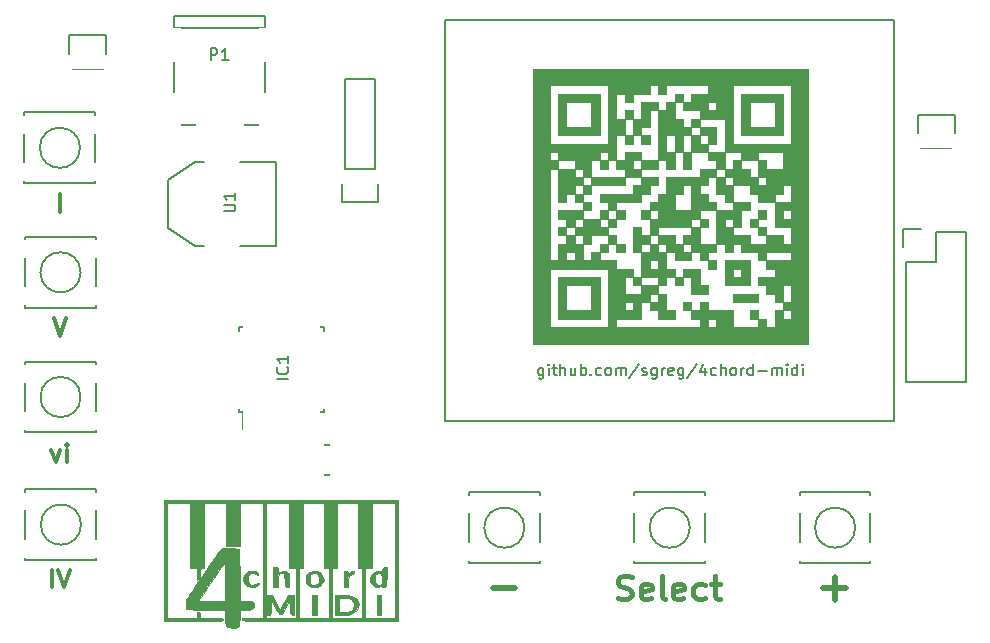
<source format=gbr>
G04 #@! TF.FileFunction,Legend,Top*
%FSLAX46Y46*%
G04 Gerber Fmt 4.6, Leading zero omitted, Abs format (unit mm)*
G04 Created by KiCad (PCBNEW 4.0.1-2.201512121406+6195~38~ubuntu14.04.1-stable) date Tue 15 Dec 2015 12:34:50 AM EET*
%MOMM*%
G01*
G04 APERTURE LIST*
%ADD10C,0.100000*%
%ADD11C,0.200000*%
%ADD12C,0.300000*%
%ADD13C,0.400000*%
%ADD14C,0.500000*%
%ADD15C,0.001800*%
%ADD16C,0.150000*%
%ADD17C,0.002000*%
%ADD18R,3.150000X1.400000*%
%ADD19R,0.950000X2.000000*%
%ADD20R,2.000000X0.950000*%
%ADD21R,0.900380X2.701240*%
%ADD22R,2.398980X2.899360*%
%ADD23C,1.299160*%
%ADD24R,2.127200X2.127200*%
%ADD25O,2.127200X2.127200*%
%ADD26R,2.432000X2.127200*%
%ADD27O,2.432000X2.127200*%
%ADD28R,2.432000X4.057600*%
%ADD29R,2.432000X1.416000*%
%ADD30R,1.800000X1.600000*%
%ADD31R,2.635200X2.635200*%
G04 APERTURE END LIST*
D10*
D11*
X152633332Y-65196429D02*
X152633332Y-65965476D01*
X152588094Y-66055952D01*
X152542856Y-66101190D01*
X152452380Y-66146429D01*
X152316666Y-66146429D01*
X152226189Y-66101190D01*
X152633332Y-65784524D02*
X152542856Y-65829762D01*
X152361904Y-65829762D01*
X152271428Y-65784524D01*
X152226189Y-65739286D01*
X152180951Y-65648810D01*
X152180951Y-65377381D01*
X152226189Y-65286905D01*
X152271428Y-65241667D01*
X152361904Y-65196429D01*
X152542856Y-65196429D01*
X152633332Y-65241667D01*
X153085713Y-65829762D02*
X153085713Y-65196429D01*
X153085713Y-64879762D02*
X153040475Y-64925000D01*
X153085713Y-64970238D01*
X153130952Y-64925000D01*
X153085713Y-64879762D01*
X153085713Y-64970238D01*
X153402380Y-65196429D02*
X153764285Y-65196429D01*
X153538094Y-64879762D02*
X153538094Y-65694048D01*
X153583333Y-65784524D01*
X153673809Y-65829762D01*
X153764285Y-65829762D01*
X154080951Y-65829762D02*
X154080951Y-64879762D01*
X154488094Y-65829762D02*
X154488094Y-65332143D01*
X154442856Y-65241667D01*
X154352380Y-65196429D01*
X154216666Y-65196429D01*
X154126190Y-65241667D01*
X154080951Y-65286905D01*
X155347618Y-65196429D02*
X155347618Y-65829762D01*
X154940475Y-65196429D02*
X154940475Y-65694048D01*
X154985714Y-65784524D01*
X155076190Y-65829762D01*
X155211904Y-65829762D01*
X155302380Y-65784524D01*
X155347618Y-65739286D01*
X155799999Y-65829762D02*
X155799999Y-64879762D01*
X155799999Y-65241667D02*
X155890476Y-65196429D01*
X156071428Y-65196429D01*
X156161904Y-65241667D01*
X156207142Y-65286905D01*
X156252380Y-65377381D01*
X156252380Y-65648810D01*
X156207142Y-65739286D01*
X156161904Y-65784524D01*
X156071428Y-65829762D01*
X155890476Y-65829762D01*
X155799999Y-65784524D01*
X156659523Y-65739286D02*
X156704762Y-65784524D01*
X156659523Y-65829762D01*
X156614285Y-65784524D01*
X156659523Y-65739286D01*
X156659523Y-65829762D01*
X157519047Y-65784524D02*
X157428571Y-65829762D01*
X157247619Y-65829762D01*
X157157143Y-65784524D01*
X157111904Y-65739286D01*
X157066666Y-65648810D01*
X157066666Y-65377381D01*
X157111904Y-65286905D01*
X157157143Y-65241667D01*
X157247619Y-65196429D01*
X157428571Y-65196429D01*
X157519047Y-65241667D01*
X158061905Y-65829762D02*
X157971429Y-65784524D01*
X157926190Y-65739286D01*
X157880952Y-65648810D01*
X157880952Y-65377381D01*
X157926190Y-65286905D01*
X157971429Y-65241667D01*
X158061905Y-65196429D01*
X158197619Y-65196429D01*
X158288095Y-65241667D01*
X158333333Y-65286905D01*
X158378571Y-65377381D01*
X158378571Y-65648810D01*
X158333333Y-65739286D01*
X158288095Y-65784524D01*
X158197619Y-65829762D01*
X158061905Y-65829762D01*
X158785714Y-65829762D02*
X158785714Y-65196429D01*
X158785714Y-65286905D02*
X158830953Y-65241667D01*
X158921429Y-65196429D01*
X159057143Y-65196429D01*
X159147619Y-65241667D01*
X159192857Y-65332143D01*
X159192857Y-65829762D01*
X159192857Y-65332143D02*
X159238095Y-65241667D01*
X159328572Y-65196429D01*
X159464286Y-65196429D01*
X159554762Y-65241667D01*
X159600000Y-65332143D01*
X159600000Y-65829762D01*
X160730953Y-64834524D02*
X159916667Y-66055952D01*
X161002381Y-65784524D02*
X161092858Y-65829762D01*
X161273810Y-65829762D01*
X161364286Y-65784524D01*
X161409524Y-65694048D01*
X161409524Y-65648810D01*
X161364286Y-65558333D01*
X161273810Y-65513095D01*
X161138096Y-65513095D01*
X161047619Y-65467857D01*
X161002381Y-65377381D01*
X161002381Y-65332143D01*
X161047619Y-65241667D01*
X161138096Y-65196429D01*
X161273810Y-65196429D01*
X161364286Y-65241667D01*
X162223810Y-65196429D02*
X162223810Y-65965476D01*
X162178572Y-66055952D01*
X162133334Y-66101190D01*
X162042858Y-66146429D01*
X161907144Y-66146429D01*
X161816667Y-66101190D01*
X162223810Y-65784524D02*
X162133334Y-65829762D01*
X161952382Y-65829762D01*
X161861906Y-65784524D01*
X161816667Y-65739286D01*
X161771429Y-65648810D01*
X161771429Y-65377381D01*
X161816667Y-65286905D01*
X161861906Y-65241667D01*
X161952382Y-65196429D01*
X162133334Y-65196429D01*
X162223810Y-65241667D01*
X162676191Y-65829762D02*
X162676191Y-65196429D01*
X162676191Y-65377381D02*
X162721430Y-65286905D01*
X162766668Y-65241667D01*
X162857144Y-65196429D01*
X162947620Y-65196429D01*
X163626191Y-65784524D02*
X163535715Y-65829762D01*
X163354763Y-65829762D01*
X163264286Y-65784524D01*
X163219048Y-65694048D01*
X163219048Y-65332143D01*
X163264286Y-65241667D01*
X163354763Y-65196429D01*
X163535715Y-65196429D01*
X163626191Y-65241667D01*
X163671429Y-65332143D01*
X163671429Y-65422619D01*
X163219048Y-65513095D01*
X164485715Y-65196429D02*
X164485715Y-65965476D01*
X164440477Y-66055952D01*
X164395239Y-66101190D01*
X164304763Y-66146429D01*
X164169049Y-66146429D01*
X164078572Y-66101190D01*
X164485715Y-65784524D02*
X164395239Y-65829762D01*
X164214287Y-65829762D01*
X164123811Y-65784524D01*
X164078572Y-65739286D01*
X164033334Y-65648810D01*
X164033334Y-65377381D01*
X164078572Y-65286905D01*
X164123811Y-65241667D01*
X164214287Y-65196429D01*
X164395239Y-65196429D01*
X164485715Y-65241667D01*
X165616668Y-64834524D02*
X164802382Y-66055952D01*
X166340477Y-65196429D02*
X166340477Y-65829762D01*
X166114287Y-64834524D02*
X165888096Y-65513095D01*
X166476192Y-65513095D01*
X167245239Y-65784524D02*
X167154763Y-65829762D01*
X166973811Y-65829762D01*
X166883335Y-65784524D01*
X166838096Y-65739286D01*
X166792858Y-65648810D01*
X166792858Y-65377381D01*
X166838096Y-65286905D01*
X166883335Y-65241667D01*
X166973811Y-65196429D01*
X167154763Y-65196429D01*
X167245239Y-65241667D01*
X167652382Y-65829762D02*
X167652382Y-64879762D01*
X168059525Y-65829762D02*
X168059525Y-65332143D01*
X168014287Y-65241667D01*
X167923811Y-65196429D01*
X167788097Y-65196429D01*
X167697621Y-65241667D01*
X167652382Y-65286905D01*
X168647621Y-65829762D02*
X168557145Y-65784524D01*
X168511906Y-65739286D01*
X168466668Y-65648810D01*
X168466668Y-65377381D01*
X168511906Y-65286905D01*
X168557145Y-65241667D01*
X168647621Y-65196429D01*
X168783335Y-65196429D01*
X168873811Y-65241667D01*
X168919049Y-65286905D01*
X168964287Y-65377381D01*
X168964287Y-65648810D01*
X168919049Y-65739286D01*
X168873811Y-65784524D01*
X168783335Y-65829762D01*
X168647621Y-65829762D01*
X169371430Y-65829762D02*
X169371430Y-65196429D01*
X169371430Y-65377381D02*
X169416669Y-65286905D01*
X169461907Y-65241667D01*
X169552383Y-65196429D01*
X169642859Y-65196429D01*
X170366668Y-65829762D02*
X170366668Y-64879762D01*
X170366668Y-65784524D02*
X170276192Y-65829762D01*
X170095240Y-65829762D01*
X170004764Y-65784524D01*
X169959525Y-65739286D01*
X169914287Y-65648810D01*
X169914287Y-65377381D01*
X169959525Y-65286905D01*
X170004764Y-65241667D01*
X170095240Y-65196429D01*
X170276192Y-65196429D01*
X170366668Y-65241667D01*
X170819049Y-65467857D02*
X171542859Y-65467857D01*
X171995239Y-65829762D02*
X171995239Y-65196429D01*
X171995239Y-65286905D02*
X172040478Y-65241667D01*
X172130954Y-65196429D01*
X172266668Y-65196429D01*
X172357144Y-65241667D01*
X172402382Y-65332143D01*
X172402382Y-65829762D01*
X172402382Y-65332143D02*
X172447620Y-65241667D01*
X172538097Y-65196429D01*
X172673811Y-65196429D01*
X172764287Y-65241667D01*
X172809525Y-65332143D01*
X172809525Y-65829762D01*
X173261906Y-65829762D02*
X173261906Y-65196429D01*
X173261906Y-64879762D02*
X173216668Y-64925000D01*
X173261906Y-64970238D01*
X173307145Y-64925000D01*
X173261906Y-64879762D01*
X173261906Y-64970238D01*
X174121430Y-65829762D02*
X174121430Y-64879762D01*
X174121430Y-65784524D02*
X174030954Y-65829762D01*
X173850002Y-65829762D01*
X173759526Y-65784524D01*
X173714287Y-65739286D01*
X173669049Y-65648810D01*
X173669049Y-65377381D01*
X173714287Y-65286905D01*
X173759526Y-65241667D01*
X173850002Y-65196429D01*
X174030954Y-65196429D01*
X174121430Y-65241667D01*
X174573811Y-65829762D02*
X174573811Y-65196429D01*
X174573811Y-64879762D02*
X174528573Y-64925000D01*
X174573811Y-64970238D01*
X174619050Y-64925000D01*
X174573811Y-64879762D01*
X174573811Y-64970238D01*
D12*
X111057143Y-83778571D02*
X111057143Y-82278571D01*
X111557143Y-82278571D02*
X112057143Y-83778571D01*
X112557143Y-82278571D01*
X110985715Y-72178571D02*
X111342858Y-73178571D01*
X111700000Y-72178571D01*
X112271429Y-73178571D02*
X112271429Y-72178571D01*
X112271429Y-71678571D02*
X112200000Y-71750000D01*
X112271429Y-71821429D01*
X112342857Y-71750000D01*
X112271429Y-71678571D01*
X112271429Y-71821429D01*
X111200000Y-60978571D02*
X111700000Y-62478571D01*
X112200000Y-60978571D01*
X111700000Y-51978571D02*
X111700000Y-50478571D01*
D13*
X158961904Y-84709524D02*
X159247619Y-84804762D01*
X159723809Y-84804762D01*
X159914285Y-84709524D01*
X160009523Y-84614286D01*
X160104762Y-84423810D01*
X160104762Y-84233333D01*
X160009523Y-84042857D01*
X159914285Y-83947619D01*
X159723809Y-83852381D01*
X159342857Y-83757143D01*
X159152381Y-83661905D01*
X159057142Y-83566667D01*
X158961904Y-83376190D01*
X158961904Y-83185714D01*
X159057142Y-82995238D01*
X159152381Y-82900000D01*
X159342857Y-82804762D01*
X159819047Y-82804762D01*
X160104762Y-82900000D01*
X161723809Y-84709524D02*
X161533333Y-84804762D01*
X161152381Y-84804762D01*
X160961904Y-84709524D01*
X160866666Y-84519048D01*
X160866666Y-83757143D01*
X160961904Y-83566667D01*
X161152381Y-83471429D01*
X161533333Y-83471429D01*
X161723809Y-83566667D01*
X161819047Y-83757143D01*
X161819047Y-83947619D01*
X160866666Y-84138095D01*
X162961905Y-84804762D02*
X162771429Y-84709524D01*
X162676190Y-84519048D01*
X162676190Y-82804762D01*
X164485714Y-84709524D02*
X164295238Y-84804762D01*
X163914286Y-84804762D01*
X163723809Y-84709524D01*
X163628571Y-84519048D01*
X163628571Y-83757143D01*
X163723809Y-83566667D01*
X163914286Y-83471429D01*
X164295238Y-83471429D01*
X164485714Y-83566667D01*
X164580952Y-83757143D01*
X164580952Y-83947619D01*
X163628571Y-84138095D01*
X166295238Y-84709524D02*
X166104762Y-84804762D01*
X165723810Y-84804762D01*
X165533334Y-84709524D01*
X165438095Y-84614286D01*
X165342857Y-84423810D01*
X165342857Y-83852381D01*
X165438095Y-83661905D01*
X165533334Y-83566667D01*
X165723810Y-83471429D01*
X166104762Y-83471429D01*
X166295238Y-83566667D01*
X166866667Y-83471429D02*
X167628572Y-83471429D01*
X167152381Y-82804762D02*
X167152381Y-84519048D01*
X167247620Y-84709524D01*
X167438096Y-84804762D01*
X167628572Y-84804762D01*
D14*
X148347619Y-83878571D02*
X150252381Y-83878571D01*
X176347619Y-83878571D02*
X178252381Y-83878571D01*
X177300000Y-84830952D02*
X177300000Y-82926190D01*
D11*
X144330000Y-69730000D02*
X144330000Y-35730000D01*
X182330000Y-69730000D02*
X144330000Y-69730000D01*
X182330000Y-35730000D02*
X182330000Y-69730000D01*
X144330000Y-35730000D02*
X182330000Y-35730000D01*
D15*
G36*
X126167112Y-80468545D02*
X126431066Y-80479913D01*
X126652073Y-80499248D01*
X126796917Y-80525934D01*
X126831300Y-80542700D01*
X126853567Y-80601926D01*
X126871537Y-80736429D01*
X126885512Y-80954995D01*
X126895793Y-81266408D01*
X126902681Y-81679454D01*
X126906477Y-82202916D01*
X126907500Y-82765200D01*
X126907500Y-84911500D01*
X127434550Y-84911500D01*
X127737368Y-84919144D01*
X127935203Y-84950119D01*
X128049571Y-85016490D01*
X128101988Y-85130322D01*
X128114000Y-85292500D01*
X128100368Y-85462304D01*
X128045130Y-85573240D01*
X127926768Y-85637372D01*
X127723767Y-85666764D01*
X127434550Y-85673500D01*
X126907500Y-85673500D01*
X126907500Y-86369766D01*
X126904078Y-86706791D01*
X126883575Y-86937125D01*
X126830633Y-87081063D01*
X126729896Y-87158902D01*
X126566006Y-87190937D01*
X126323608Y-87197466D01*
X126281210Y-87197500D01*
X126003887Y-87179787D01*
X125835170Y-87124762D01*
X125800786Y-87097714D01*
X125753019Y-87020398D01*
X125722498Y-86887764D01*
X125706180Y-86676575D01*
X125701022Y-86363591D01*
X125701000Y-86335714D01*
X125701000Y-85673500D01*
X124094450Y-85673500D01*
X123549804Y-85671537D01*
X123122850Y-85665368D01*
X122804336Y-85654573D01*
X122585009Y-85638736D01*
X122455617Y-85617435D01*
X122411700Y-85597300D01*
X122367565Y-85493049D01*
X122340058Y-85312372D01*
X122335500Y-85198007D01*
X122337269Y-85115668D01*
X122346882Y-85036159D01*
X122370798Y-84948589D01*
X122386354Y-84911500D01*
X123408899Y-84911500D01*
X125701000Y-84911500D01*
X125701000Y-83247800D01*
X125698976Y-82779505D01*
X125693211Y-82374303D01*
X125684169Y-82045485D01*
X125672311Y-81806343D01*
X125658100Y-81670166D01*
X125645221Y-81644425D01*
X125595517Y-81711631D01*
X125484849Y-81869166D01*
X125323455Y-82102195D01*
X125121573Y-82395884D01*
X124889441Y-82735399D01*
X124683254Y-83038250D01*
X124424663Y-83418739D01*
X124179725Y-83779066D01*
X123960663Y-84101253D01*
X123779705Y-84367319D01*
X123649076Y-84559285D01*
X123592982Y-84641625D01*
X123408899Y-84911500D01*
X122386354Y-84911500D01*
X122415476Y-84842069D01*
X122487376Y-84705710D01*
X122592955Y-84528621D01*
X122738674Y-84299912D01*
X122930991Y-84008694D01*
X123176365Y-83644077D01*
X123481256Y-83195171D01*
X123806261Y-82718332D01*
X124125471Y-82251566D01*
X124424159Y-81817289D01*
X124694425Y-81426804D01*
X124928370Y-81091414D01*
X125118093Y-80822423D01*
X125255694Y-80631134D01*
X125333274Y-80528849D01*
X125346136Y-80515097D01*
X125449722Y-80488421D01*
X125643224Y-80472181D01*
X125893426Y-80465762D01*
X126167112Y-80468545D01*
X126167112Y-80468545D01*
G37*
X126167112Y-80468545D02*
X126431066Y-80479913D01*
X126652073Y-80499248D01*
X126796917Y-80525934D01*
X126831300Y-80542700D01*
X126853567Y-80601926D01*
X126871537Y-80736429D01*
X126885512Y-80954995D01*
X126895793Y-81266408D01*
X126902681Y-81679454D01*
X126906477Y-82202916D01*
X126907500Y-82765200D01*
X126907500Y-84911500D01*
X127434550Y-84911500D01*
X127737368Y-84919144D01*
X127935203Y-84950119D01*
X128049571Y-85016490D01*
X128101988Y-85130322D01*
X128114000Y-85292500D01*
X128100368Y-85462304D01*
X128045130Y-85573240D01*
X127926768Y-85637372D01*
X127723767Y-85666764D01*
X127434550Y-85673500D01*
X126907500Y-85673500D01*
X126907500Y-86369766D01*
X126904078Y-86706791D01*
X126883575Y-86937125D01*
X126830633Y-87081063D01*
X126729896Y-87158902D01*
X126566006Y-87190937D01*
X126323608Y-87197466D01*
X126281210Y-87197500D01*
X126003887Y-87179787D01*
X125835170Y-87124762D01*
X125800786Y-87097714D01*
X125753019Y-87020398D01*
X125722498Y-86887764D01*
X125706180Y-86676575D01*
X125701022Y-86363591D01*
X125701000Y-86335714D01*
X125701000Y-85673500D01*
X124094450Y-85673500D01*
X123549804Y-85671537D01*
X123122850Y-85665368D01*
X122804336Y-85654573D01*
X122585009Y-85638736D01*
X122455617Y-85617435D01*
X122411700Y-85597300D01*
X122367565Y-85493049D01*
X122340058Y-85312372D01*
X122335500Y-85198007D01*
X122337269Y-85115668D01*
X122346882Y-85036159D01*
X122370798Y-84948589D01*
X122386354Y-84911500D01*
X123408899Y-84911500D01*
X125701000Y-84911500D01*
X125701000Y-83247800D01*
X125698976Y-82779505D01*
X125693211Y-82374303D01*
X125684169Y-82045485D01*
X125672311Y-81806343D01*
X125658100Y-81670166D01*
X125645221Y-81644425D01*
X125595517Y-81711631D01*
X125484849Y-81869166D01*
X125323455Y-82102195D01*
X125121573Y-82395884D01*
X124889441Y-82735399D01*
X124683254Y-83038250D01*
X124424663Y-83418739D01*
X124179725Y-83779066D01*
X123960663Y-84101253D01*
X123779705Y-84367319D01*
X123649076Y-84559285D01*
X123592982Y-84641625D01*
X123408899Y-84911500D01*
X122386354Y-84911500D01*
X122415476Y-84842069D01*
X122487376Y-84705710D01*
X122592955Y-84528621D01*
X122738674Y-84299912D01*
X122930991Y-84008694D01*
X123176365Y-83644077D01*
X123481256Y-83195171D01*
X123806261Y-82718332D01*
X124125471Y-82251566D01*
X124424159Y-81817289D01*
X124694425Y-81426804D01*
X124928370Y-81091414D01*
X125118093Y-80822423D01*
X125255694Y-80631134D01*
X125333274Y-80528849D01*
X125346136Y-80515097D01*
X125449722Y-80488421D01*
X125643224Y-80472181D01*
X125893426Y-80465762D01*
X126167112Y-80468545D01*
G36*
X140306000Y-86626000D02*
X133702000Y-86626000D01*
X132642645Y-86625969D01*
X131703100Y-86625784D01*
X130876176Y-86625306D01*
X130154684Y-86624398D01*
X129531434Y-86622921D01*
X128999236Y-86620737D01*
X128550901Y-86617708D01*
X128179240Y-86613694D01*
X127877062Y-86608559D01*
X127637179Y-86602164D01*
X127452401Y-86594370D01*
X127315539Y-86585039D01*
X127219402Y-86574034D01*
X127156801Y-86561215D01*
X127120548Y-86546445D01*
X127103452Y-86529585D01*
X127098324Y-86510497D01*
X127098000Y-86499000D01*
X127104595Y-86448744D01*
X127137391Y-86413842D01*
X127215904Y-86391507D01*
X127359653Y-86378949D01*
X127588154Y-86373381D01*
X127920923Y-86372015D01*
X127987000Y-86372000D01*
X128876000Y-86372000D01*
X128876000Y-76656500D01*
X129130000Y-76656500D01*
X129130000Y-86372000D01*
X131670000Y-86372000D01*
X131670000Y-82181000D01*
X131924000Y-82181000D01*
X131924000Y-86372000D01*
X134464000Y-86372000D01*
X134464000Y-82181000D01*
X134718000Y-82181000D01*
X134718000Y-86372000D01*
X137258000Y-86372000D01*
X137258000Y-82181000D01*
X137512000Y-82181000D01*
X137512000Y-86372000D01*
X140052000Y-86372000D01*
X140052000Y-76656500D01*
X138083500Y-76656500D01*
X138083500Y-82181000D01*
X137512000Y-82181000D01*
X137258000Y-82181000D01*
X136940500Y-82181000D01*
X136940500Y-76656500D01*
X135162500Y-76656500D01*
X135162500Y-82181000D01*
X134718000Y-82181000D01*
X134464000Y-82181000D01*
X134019500Y-82181000D01*
X134019500Y-76656500D01*
X132241500Y-76656500D01*
X132241500Y-82181000D01*
X131924000Y-82181000D01*
X131670000Y-82181000D01*
X131098500Y-82181000D01*
X131098500Y-76656500D01*
X129130000Y-76656500D01*
X128876000Y-76656500D01*
X126907500Y-76656500D01*
X126907500Y-80276000D01*
X125764500Y-80276000D01*
X125764500Y-76656500D01*
X123859500Y-76656500D01*
X123859500Y-82181000D01*
X123700750Y-82181000D01*
X123609134Y-82190316D01*
X123561850Y-82239179D01*
X123544345Y-82358967D01*
X123542000Y-82523215D01*
X123521336Y-82786116D01*
X123452837Y-82966314D01*
X123417113Y-83015340D01*
X123292225Y-83165250D01*
X123290112Y-82673125D01*
X123288000Y-82181000D01*
X122716500Y-82181000D01*
X122716500Y-76656500D01*
X120748000Y-76656500D01*
X120748000Y-86372000D01*
X123288000Y-86372000D01*
X123288000Y-86118000D01*
X123298650Y-85951824D01*
X123341696Y-85878381D01*
X123415000Y-85864000D01*
X123498088Y-85885300D01*
X123534810Y-85971392D01*
X123542000Y-86118000D01*
X123542000Y-86372000D01*
X124526250Y-86372000D01*
X124899291Y-86372785D01*
X125163899Y-86376736D01*
X125338636Y-86386249D01*
X125442066Y-86403719D01*
X125492753Y-86431541D01*
X125509261Y-86472112D01*
X125510500Y-86499000D01*
X125507447Y-86530888D01*
X125490515Y-86556936D01*
X125448041Y-86577735D01*
X125368366Y-86593875D01*
X125239827Y-86605946D01*
X125050762Y-86614539D01*
X124789512Y-86620244D01*
X124444414Y-86623652D01*
X124003807Y-86625354D01*
X123456029Y-86625939D01*
X123002250Y-86626000D01*
X120494000Y-86626000D01*
X120494000Y-76402500D01*
X140306000Y-76402500D01*
X140306000Y-86626000D01*
X140306000Y-86626000D01*
G37*
X140306000Y-86626000D02*
X133702000Y-86626000D01*
X132642645Y-86625969D01*
X131703100Y-86625784D01*
X130876176Y-86625306D01*
X130154684Y-86624398D01*
X129531434Y-86622921D01*
X128999236Y-86620737D01*
X128550901Y-86617708D01*
X128179240Y-86613694D01*
X127877062Y-86608559D01*
X127637179Y-86602164D01*
X127452401Y-86594370D01*
X127315539Y-86585039D01*
X127219402Y-86574034D01*
X127156801Y-86561215D01*
X127120548Y-86546445D01*
X127103452Y-86529585D01*
X127098324Y-86510497D01*
X127098000Y-86499000D01*
X127104595Y-86448744D01*
X127137391Y-86413842D01*
X127215904Y-86391507D01*
X127359653Y-86378949D01*
X127588154Y-86373381D01*
X127920923Y-86372015D01*
X127987000Y-86372000D01*
X128876000Y-86372000D01*
X128876000Y-76656500D01*
X129130000Y-76656500D01*
X129130000Y-86372000D01*
X131670000Y-86372000D01*
X131670000Y-82181000D01*
X131924000Y-82181000D01*
X131924000Y-86372000D01*
X134464000Y-86372000D01*
X134464000Y-82181000D01*
X134718000Y-82181000D01*
X134718000Y-86372000D01*
X137258000Y-86372000D01*
X137258000Y-82181000D01*
X137512000Y-82181000D01*
X137512000Y-86372000D01*
X140052000Y-86372000D01*
X140052000Y-76656500D01*
X138083500Y-76656500D01*
X138083500Y-82181000D01*
X137512000Y-82181000D01*
X137258000Y-82181000D01*
X136940500Y-82181000D01*
X136940500Y-76656500D01*
X135162500Y-76656500D01*
X135162500Y-82181000D01*
X134718000Y-82181000D01*
X134464000Y-82181000D01*
X134019500Y-82181000D01*
X134019500Y-76656500D01*
X132241500Y-76656500D01*
X132241500Y-82181000D01*
X131924000Y-82181000D01*
X131670000Y-82181000D01*
X131098500Y-82181000D01*
X131098500Y-76656500D01*
X129130000Y-76656500D01*
X128876000Y-76656500D01*
X126907500Y-76656500D01*
X126907500Y-80276000D01*
X125764500Y-80276000D01*
X125764500Y-76656500D01*
X123859500Y-76656500D01*
X123859500Y-82181000D01*
X123700750Y-82181000D01*
X123609134Y-82190316D01*
X123561850Y-82239179D01*
X123544345Y-82358967D01*
X123542000Y-82523215D01*
X123521336Y-82786116D01*
X123452837Y-82966314D01*
X123417113Y-83015340D01*
X123292225Y-83165250D01*
X123290112Y-82673125D01*
X123288000Y-82181000D01*
X122716500Y-82181000D01*
X122716500Y-76656500D01*
X120748000Y-76656500D01*
X120748000Y-86372000D01*
X123288000Y-86372000D01*
X123288000Y-86118000D01*
X123298650Y-85951824D01*
X123341696Y-85878381D01*
X123415000Y-85864000D01*
X123498088Y-85885300D01*
X123534810Y-85971392D01*
X123542000Y-86118000D01*
X123542000Y-86372000D01*
X124526250Y-86372000D01*
X124899291Y-86372785D01*
X125163899Y-86376736D01*
X125338636Y-86386249D01*
X125442066Y-86403719D01*
X125492753Y-86431541D01*
X125509261Y-86472112D01*
X125510500Y-86499000D01*
X125507447Y-86530888D01*
X125490515Y-86556936D01*
X125448041Y-86577735D01*
X125368366Y-86593875D01*
X125239827Y-86605946D01*
X125050762Y-86614539D01*
X124789512Y-86620244D01*
X124444414Y-86623652D01*
X124003807Y-86625354D01*
X123456029Y-86625939D01*
X123002250Y-86626000D01*
X120494000Y-86626000D01*
X120494000Y-76402500D01*
X140306000Y-76402500D01*
X140306000Y-86626000D01*
G36*
X128265437Y-82390962D02*
X128423834Y-82448887D01*
X128490474Y-82553381D01*
X128495000Y-82602787D01*
X128487585Y-82702873D01*
X128441873Y-82720641D01*
X128322664Y-82666630D01*
X128307653Y-82658881D01*
X128063266Y-82572033D01*
X127865397Y-82595295D01*
X127733000Y-82689000D01*
X127633524Y-82858155D01*
X127606031Y-83065182D01*
X127641607Y-83274743D01*
X127731335Y-83451499D01*
X127866300Y-83560112D01*
X127957289Y-83578000D01*
X128077255Y-83554526D01*
X128248215Y-83496658D01*
X128282544Y-83482750D01*
X128449779Y-83414690D01*
X128530608Y-83397040D01*
X128556405Y-83432701D01*
X128558500Y-83508288D01*
X128502259Y-83626446D01*
X128355104Y-83709604D01*
X128149387Y-83753335D01*
X127917460Y-83753207D01*
X127691674Y-83704793D01*
X127562428Y-83644661D01*
X127343145Y-83460525D01*
X127238120Y-83237875D01*
X127225000Y-83102771D01*
X127283222Y-82825706D01*
X127442018Y-82596744D01*
X127677576Y-82438335D01*
X127966091Y-82372922D01*
X127999722Y-82372367D01*
X128265437Y-82390962D01*
X128265437Y-82390962D01*
G37*
X128265437Y-82390962D02*
X128423834Y-82448887D01*
X128490474Y-82553381D01*
X128495000Y-82602787D01*
X128487585Y-82702873D01*
X128441873Y-82720641D01*
X128322664Y-82666630D01*
X128307653Y-82658881D01*
X128063266Y-82572033D01*
X127865397Y-82595295D01*
X127733000Y-82689000D01*
X127633524Y-82858155D01*
X127606031Y-83065182D01*
X127641607Y-83274743D01*
X127731335Y-83451499D01*
X127866300Y-83560112D01*
X127957289Y-83578000D01*
X128077255Y-83554526D01*
X128248215Y-83496658D01*
X128282544Y-83482750D01*
X128449779Y-83414690D01*
X128530608Y-83397040D01*
X128556405Y-83432701D01*
X128558500Y-83508288D01*
X128502259Y-83626446D01*
X128355104Y-83709604D01*
X128149387Y-83753335D01*
X127917460Y-83753207D01*
X127691674Y-83704793D01*
X127562428Y-83644661D01*
X127343145Y-83460525D01*
X127238120Y-83237875D01*
X127225000Y-83102771D01*
X127283222Y-82825706D01*
X127442018Y-82596744D01*
X127677576Y-82438335D01*
X127966091Y-82372922D01*
X127999722Y-82372367D01*
X128265437Y-82390962D01*
G36*
X131274608Y-84415630D02*
X131511250Y-84435250D01*
X131511250Y-86086250D01*
X131352500Y-86086250D01*
X131279689Y-86081387D01*
X131231953Y-86051226D01*
X131202151Y-85972410D01*
X131183146Y-85821581D01*
X131167797Y-85575382D01*
X131162000Y-85462994D01*
X131130250Y-84839739D01*
X130829042Y-85447120D01*
X130689439Y-85721309D01*
X130586798Y-85899356D01*
X130506136Y-86001007D01*
X130432473Y-86046011D01*
X130368250Y-86054500D01*
X130289360Y-86040688D01*
X130215503Y-85986089D01*
X130131697Y-85870952D01*
X130022960Y-85675531D01*
X129907458Y-85447120D01*
X129606250Y-84839739D01*
X129574500Y-85462994D01*
X129558094Y-85749028D01*
X129539715Y-85932217D01*
X129512820Y-86036633D01*
X129470866Y-86086349D01*
X129407312Y-86105438D01*
X129399591Y-86106579D01*
X129274152Y-86089070D01*
X129222846Y-86039382D01*
X129211141Y-85944243D01*
X129204336Y-85750686D01*
X129202955Y-85487216D01*
X129207254Y-85193553D01*
X129225250Y-84435250D01*
X129460961Y-84415686D01*
X129696673Y-84396121D01*
X130033435Y-85067415D01*
X130370197Y-85738708D01*
X131037966Y-84396010D01*
X131274608Y-84415630D01*
X131274608Y-84415630D01*
G37*
X131274608Y-84415630D02*
X131511250Y-84435250D01*
X131511250Y-86086250D01*
X131352500Y-86086250D01*
X131279689Y-86081387D01*
X131231953Y-86051226D01*
X131202151Y-85972410D01*
X131183146Y-85821581D01*
X131167797Y-85575382D01*
X131162000Y-85462994D01*
X131130250Y-84839739D01*
X130829042Y-85447120D01*
X130689439Y-85721309D01*
X130586798Y-85899356D01*
X130506136Y-86001007D01*
X130432473Y-86046011D01*
X130368250Y-86054500D01*
X130289360Y-86040688D01*
X130215503Y-85986089D01*
X130131697Y-85870952D01*
X130022960Y-85675531D01*
X129907458Y-85447120D01*
X129606250Y-84839739D01*
X129574500Y-85462994D01*
X129558094Y-85749028D01*
X129539715Y-85932217D01*
X129512820Y-86036633D01*
X129470866Y-86086349D01*
X129407312Y-86105438D01*
X129399591Y-86106579D01*
X129274152Y-86089070D01*
X129222846Y-86039382D01*
X129211141Y-85944243D01*
X129204336Y-85750686D01*
X129202955Y-85487216D01*
X129207254Y-85193553D01*
X129225250Y-84435250D01*
X129460961Y-84415686D01*
X129696673Y-84396121D01*
X130033435Y-85067415D01*
X130370197Y-85738708D01*
X131037966Y-84396010D01*
X131274608Y-84415630D01*
G36*
X130077374Y-82063928D02*
X130131749Y-82117906D01*
X130145669Y-82252224D01*
X130146000Y-82309631D01*
X130146000Y-82565261D01*
X130333347Y-82468381D01*
X130608636Y-82379249D01*
X130853504Y-82412950D01*
X130957371Y-82470351D01*
X131023505Y-82527367D01*
X131065068Y-82604572D01*
X131087672Y-82729912D01*
X131096930Y-82931335D01*
X131098500Y-83173068D01*
X131098500Y-83776935D01*
X130923875Y-83756843D01*
X130840997Y-83742797D01*
X130788016Y-83707013D01*
X130756125Y-83624236D01*
X130736511Y-83469210D01*
X130720366Y-83216683D01*
X130717500Y-83165250D01*
X130700339Y-82893699D01*
X130680500Y-82723799D01*
X130650317Y-82630297D01*
X130602125Y-82587943D01*
X130537638Y-82572772D01*
X130363852Y-82583886D01*
X130244867Y-82682015D01*
X130174599Y-82877995D01*
X130146965Y-83182661D01*
X130146000Y-83270342D01*
X130146000Y-83768500D01*
X129765000Y-83768500D01*
X129765000Y-82054000D01*
X129955500Y-82054000D01*
X130077374Y-82063928D01*
X130077374Y-82063928D01*
G37*
X130077374Y-82063928D02*
X130131749Y-82117906D01*
X130145669Y-82252224D01*
X130146000Y-82309631D01*
X130146000Y-82565261D01*
X130333347Y-82468381D01*
X130608636Y-82379249D01*
X130853504Y-82412950D01*
X130957371Y-82470351D01*
X131023505Y-82527367D01*
X131065068Y-82604572D01*
X131087672Y-82729912D01*
X131096930Y-82931335D01*
X131098500Y-83173068D01*
X131098500Y-83776935D01*
X130923875Y-83756843D01*
X130840997Y-83742797D01*
X130788016Y-83707013D01*
X130756125Y-83624236D01*
X130736511Y-83469210D01*
X130720366Y-83216683D01*
X130717500Y-83165250D01*
X130700339Y-82893699D01*
X130680500Y-82723799D01*
X130650317Y-82630297D01*
X130602125Y-82587943D01*
X130537638Y-82572772D01*
X130363852Y-82583886D01*
X130244867Y-82682015D01*
X130174599Y-82877995D01*
X130146965Y-83182661D01*
X130146000Y-83270342D01*
X130146000Y-83768500D01*
X129765000Y-83768500D01*
X129765000Y-82054000D01*
X129955500Y-82054000D01*
X130077374Y-82063928D01*
G36*
X133448000Y-86118000D02*
X133067000Y-86118000D01*
X133067000Y-84403500D01*
X133448000Y-84403500D01*
X133448000Y-86118000D01*
X133448000Y-86118000D01*
G37*
X133448000Y-86118000D02*
X133067000Y-86118000D01*
X133067000Y-84403500D01*
X133448000Y-84403500D01*
X133448000Y-86118000D01*
G36*
X133438203Y-82405627D02*
X133688520Y-82520185D01*
X133884268Y-82711246D01*
X133999616Y-82963716D01*
X134019500Y-83133772D01*
X133978768Y-83321474D01*
X133843578Y-83511196D01*
X133803600Y-83552600D01*
X133647475Y-83689278D01*
X133501081Y-83751589D01*
X133299279Y-83766064D01*
X133279725Y-83765957D01*
X133055331Y-83744721D01*
X132855156Y-83694320D01*
X132798721Y-83669516D01*
X132613542Y-83523459D01*
X132517952Y-83320634D01*
X132504646Y-83182940D01*
X132851376Y-83182940D01*
X132885440Y-83378293D01*
X132935564Y-83477405D01*
X133074008Y-83557359D01*
X133264329Y-83572001D01*
X133449747Y-83521766D01*
X133522375Y-83472908D01*
X133612041Y-83317443D01*
X133642121Y-83102686D01*
X133613344Y-82881111D01*
X133526437Y-82705189D01*
X133511500Y-82689000D01*
X133320945Y-82578824D01*
X133107655Y-82582177D01*
X132971675Y-82649452D01*
X132896626Y-82769614D01*
X132855815Y-82963745D01*
X132851376Y-83182940D01*
X132504646Y-83182940D01*
X132495500Y-83088304D01*
X132549026Y-82800213D01*
X132710906Y-82578030D01*
X132877201Y-82466387D01*
X133159152Y-82382663D01*
X133438203Y-82405627D01*
X133438203Y-82405627D01*
G37*
X133438203Y-82405627D02*
X133688520Y-82520185D01*
X133884268Y-82711246D01*
X133999616Y-82963716D01*
X134019500Y-83133772D01*
X133978768Y-83321474D01*
X133843578Y-83511196D01*
X133803600Y-83552600D01*
X133647475Y-83689278D01*
X133501081Y-83751589D01*
X133299279Y-83766064D01*
X133279725Y-83765957D01*
X133055331Y-83744721D01*
X132855156Y-83694320D01*
X132798721Y-83669516D01*
X132613542Y-83523459D01*
X132517952Y-83320634D01*
X132504646Y-83182940D01*
X132851376Y-83182940D01*
X132885440Y-83378293D01*
X132935564Y-83477405D01*
X133074008Y-83557359D01*
X133264329Y-83572001D01*
X133449747Y-83521766D01*
X133522375Y-83472908D01*
X133612041Y-83317443D01*
X133642121Y-83102686D01*
X133613344Y-82881111D01*
X133526437Y-82705189D01*
X133511500Y-82689000D01*
X133320945Y-82578824D01*
X133107655Y-82582177D01*
X132971675Y-82649452D01*
X132896626Y-82769614D01*
X132855815Y-82963745D01*
X132851376Y-83182940D01*
X132504646Y-83182940D01*
X132495500Y-83088304D01*
X132549026Y-82800213D01*
X132710906Y-82578030D01*
X132877201Y-82466387D01*
X133159152Y-82382663D01*
X133438203Y-82405627D01*
G36*
X135591125Y-84404894D02*
X136038172Y-84426386D01*
X136381185Y-84492585D01*
X136637086Y-84609492D01*
X136822798Y-84783105D01*
X136875451Y-84860183D01*
X136984032Y-85145638D01*
X136975167Y-85429772D01*
X136856661Y-85690280D01*
X136636323Y-85904858D01*
X136478813Y-85993297D01*
X136297687Y-86057782D01*
X136079128Y-86096419D01*
X135788062Y-86114080D01*
X135591125Y-86116605D01*
X134972000Y-86118000D01*
X134972000Y-85864000D01*
X135353000Y-85864000D01*
X135718125Y-85863901D01*
X136018321Y-85838131D01*
X136269064Y-85768924D01*
X136304093Y-85752776D01*
X136507818Y-85589792D01*
X136602942Y-85371275D01*
X136583238Y-85116851D01*
X136540725Y-85007142D01*
X136403339Y-84831834D01*
X136181474Y-84719456D01*
X135862359Y-84664974D01*
X135654625Y-84657854D01*
X135353000Y-84657500D01*
X135353000Y-85864000D01*
X134972000Y-85864000D01*
X134972000Y-84403500D01*
X135591125Y-84404894D01*
X135591125Y-84404894D01*
G37*
X135591125Y-84404894D02*
X136038172Y-84426386D01*
X136381185Y-84492585D01*
X136637086Y-84609492D01*
X136822798Y-84783105D01*
X136875451Y-84860183D01*
X136984032Y-85145638D01*
X136975167Y-85429772D01*
X136856661Y-85690280D01*
X136636323Y-85904858D01*
X136478813Y-85993297D01*
X136297687Y-86057782D01*
X136079128Y-86096419D01*
X135788062Y-86114080D01*
X135591125Y-86116605D01*
X134972000Y-86118000D01*
X134972000Y-85864000D01*
X135353000Y-85864000D01*
X135718125Y-85863901D01*
X136018321Y-85838131D01*
X136269064Y-85768924D01*
X136304093Y-85752776D01*
X136507818Y-85589792D01*
X136602942Y-85371275D01*
X136583238Y-85116851D01*
X136540725Y-85007142D01*
X136403339Y-84831834D01*
X136181474Y-84719456D01*
X135862359Y-84664974D01*
X135654625Y-84657854D01*
X135353000Y-84657500D01*
X135353000Y-85864000D01*
X134972000Y-85864000D01*
X134972000Y-84403500D01*
X135591125Y-84404894D01*
G36*
X136614535Y-82462609D02*
X136611542Y-82513726D01*
X136543056Y-82640194D01*
X136464250Y-82679032D01*
X136291909Y-82739629D01*
X136184025Y-82860186D01*
X136128976Y-83062492D01*
X136115000Y-83333842D01*
X136115000Y-83768500D01*
X135734000Y-83768500D01*
X135734000Y-83105498D01*
X135739865Y-82815522D01*
X135755904Y-82585012D01*
X135779787Y-82439539D01*
X135798068Y-82402899D01*
X135916313Y-82385629D01*
X136041417Y-82433266D01*
X136112588Y-82519677D01*
X136115000Y-82539138D01*
X136134559Y-82589201D01*
X136208622Y-82557889D01*
X136282313Y-82503109D01*
X136455674Y-82394267D01*
X136570063Y-82380885D01*
X136614535Y-82462609D01*
X136614535Y-82462609D01*
G37*
X136614535Y-82462609D02*
X136611542Y-82513726D01*
X136543056Y-82640194D01*
X136464250Y-82679032D01*
X136291909Y-82739629D01*
X136184025Y-82860186D01*
X136128976Y-83062492D01*
X136115000Y-83333842D01*
X136115000Y-83768500D01*
X135734000Y-83768500D01*
X135734000Y-83105498D01*
X135739865Y-82815522D01*
X135755904Y-82585012D01*
X135779787Y-82439539D01*
X135798068Y-82402899D01*
X135916313Y-82385629D01*
X136041417Y-82433266D01*
X136112588Y-82519677D01*
X136115000Y-82539138D01*
X136134559Y-82589201D01*
X136208622Y-82557889D01*
X136282313Y-82503109D01*
X136455674Y-82394267D01*
X136570063Y-82380885D01*
X136614535Y-82462609D01*
G36*
X138909000Y-86118000D02*
X138528000Y-86118000D01*
X138528000Y-84403500D01*
X138909000Y-84403500D01*
X138909000Y-86118000D01*
X138909000Y-86118000D01*
G37*
X138909000Y-86118000D02*
X138528000Y-86118000D01*
X138528000Y-84403500D01*
X138909000Y-84403500D01*
X138909000Y-86118000D01*
G36*
X139353500Y-82877275D02*
X139351458Y-83223056D01*
X139343719Y-83462207D01*
X139327865Y-83615054D01*
X139301479Y-83701925D01*
X139262143Y-83743147D01*
X139249838Y-83748764D01*
X139112507Y-83750983D01*
X139037782Y-83720849D01*
X138897046Y-83688738D01*
X138839818Y-83709855D01*
X138631373Y-83771784D01*
X138403001Y-83719098D01*
X138176842Y-83557015D01*
X138172400Y-83552600D01*
X138030760Y-83386808D01*
X137968125Y-83229171D01*
X137956500Y-83070000D01*
X137960398Y-83050589D01*
X138337500Y-83050589D01*
X138376112Y-83308554D01*
X138480327Y-83490049D01*
X138632707Y-83580309D01*
X138815819Y-83564572D01*
X138896259Y-83523718D01*
X138943800Y-83439680D01*
X138963174Y-83256926D01*
X138959759Y-83032566D01*
X138946126Y-82800321D01*
X138923462Y-82666042D01*
X138881311Y-82600704D01*
X138809215Y-82575280D01*
X138794204Y-82572977D01*
X138632489Y-82591696D01*
X138492579Y-82653816D01*
X138392677Y-82744085D01*
X138347161Y-82871661D01*
X138337500Y-83050589D01*
X137960398Y-83050589D01*
X138005842Y-82824324D01*
X138136163Y-82614367D01*
X138320908Y-82459118D01*
X138533521Y-82377567D01*
X138747445Y-82388707D01*
X138845500Y-82434265D01*
X138915348Y-82451855D01*
X138956355Y-82374804D01*
X138972500Y-82290418D01*
X139017112Y-82141342D01*
X139112495Y-82077339D01*
X139178875Y-82065657D01*
X139353500Y-82045564D01*
X139353500Y-82877275D01*
X139353500Y-82877275D01*
G37*
X139353500Y-82877275D02*
X139351458Y-83223056D01*
X139343719Y-83462207D01*
X139327865Y-83615054D01*
X139301479Y-83701925D01*
X139262143Y-83743147D01*
X139249838Y-83748764D01*
X139112507Y-83750983D01*
X139037782Y-83720849D01*
X138897046Y-83688738D01*
X138839818Y-83709855D01*
X138631373Y-83771784D01*
X138403001Y-83719098D01*
X138176842Y-83557015D01*
X138172400Y-83552600D01*
X138030760Y-83386808D01*
X137968125Y-83229171D01*
X137956500Y-83070000D01*
X137960398Y-83050589D01*
X138337500Y-83050589D01*
X138376112Y-83308554D01*
X138480327Y-83490049D01*
X138632707Y-83580309D01*
X138815819Y-83564572D01*
X138896259Y-83523718D01*
X138943800Y-83439680D01*
X138963174Y-83256926D01*
X138959759Y-83032566D01*
X138946126Y-82800321D01*
X138923462Y-82666042D01*
X138881311Y-82600704D01*
X138809215Y-82575280D01*
X138794204Y-82572977D01*
X138632489Y-82591696D01*
X138492579Y-82653816D01*
X138392677Y-82744085D01*
X138347161Y-82871661D01*
X138337500Y-83050589D01*
X137960398Y-83050589D01*
X138005842Y-82824324D01*
X138136163Y-82614367D01*
X138320908Y-82459118D01*
X138533521Y-82377567D01*
X138747445Y-82388707D01*
X138845500Y-82434265D01*
X138915348Y-82451855D01*
X138956355Y-82374804D01*
X138972500Y-82290418D01*
X139017112Y-82141342D01*
X139112495Y-82077339D01*
X139178875Y-82065657D01*
X139353500Y-82045564D01*
X139353500Y-82877275D01*
D16*
X108780000Y-81470000D02*
X108780000Y-81270000D01*
X108780000Y-75470000D02*
X108780000Y-75670000D01*
X114780000Y-75470000D02*
X114780000Y-75670000D01*
X114780000Y-81470000D02*
X114780000Y-81270000D01*
X114780000Y-79670000D02*
X114780000Y-77270000D01*
X108780000Y-79670000D02*
X108780000Y-77270000D01*
X108780000Y-81470000D02*
X114780000Y-81470000D01*
X114780000Y-75470000D02*
X108780000Y-75470000D01*
X113480000Y-78470000D02*
G75*
G03X113480000Y-78470000I-1700000J0D01*
G01*
X126835000Y-68975000D02*
X127160000Y-68975000D01*
X126835000Y-61725000D02*
X127160000Y-61725000D01*
X134085000Y-61725000D02*
X133760000Y-61725000D01*
X134085000Y-68975000D02*
X133760000Y-68975000D01*
X126835000Y-68975000D02*
X126835000Y-68650000D01*
X134085000Y-68975000D02*
X134085000Y-68650000D01*
X134085000Y-61725000D02*
X134085000Y-62050000D01*
X126835000Y-61725000D02*
X126835000Y-62050000D01*
X127160000Y-68975000D02*
X127160000Y-70400000D01*
X129100640Y-36400820D02*
X121399360Y-36400820D01*
X129100640Y-35400060D02*
X121399360Y-35400060D01*
X121399360Y-35400060D02*
X121399360Y-44599940D01*
X121399360Y-44599940D02*
X129100640Y-44599940D01*
X129100640Y-44599940D02*
X129100640Y-35400060D01*
X188410000Y-53730000D02*
X188410000Y-66430000D01*
X188410000Y-66430000D02*
X183330000Y-66430000D01*
X183330000Y-66430000D02*
X183330000Y-56270000D01*
X188410000Y-53730000D02*
X185870000Y-53730000D01*
X184600000Y-53450000D02*
X183050000Y-53450000D01*
X185870000Y-53730000D02*
X185870000Y-56270000D01*
X185870000Y-56270000D02*
X183330000Y-56270000D01*
X183050000Y-53450000D02*
X183050000Y-55000000D01*
X138370000Y-48330000D02*
X138370000Y-40710000D01*
X135830000Y-48330000D02*
X135830000Y-40710000D01*
X135550000Y-51150000D02*
X135550000Y-49600000D01*
X138370000Y-40710000D02*
X135830000Y-40710000D01*
X135830000Y-48330000D02*
X138370000Y-48330000D01*
X138650000Y-49600000D02*
X138650000Y-51150000D01*
X138650000Y-51150000D02*
X135550000Y-51150000D01*
X108700000Y-49570000D02*
X108700000Y-49370000D01*
X108700000Y-43570000D02*
X108700000Y-43770000D01*
X114700000Y-43570000D02*
X114700000Y-43770000D01*
X114700000Y-49570000D02*
X114700000Y-49370000D01*
X114700000Y-47770000D02*
X114700000Y-45370000D01*
X108700000Y-47770000D02*
X108700000Y-45370000D01*
X108700000Y-49570000D02*
X114700000Y-49570000D01*
X114700000Y-43570000D02*
X108700000Y-43570000D01*
X113400000Y-46570000D02*
G75*
G03X113400000Y-46570000I-1700000J0D01*
G01*
X146330000Y-81730000D02*
X146330000Y-81530000D01*
X146330000Y-75730000D02*
X146330000Y-75930000D01*
X152330000Y-75730000D02*
X152330000Y-75930000D01*
X152330000Y-81730000D02*
X152330000Y-81530000D01*
X152330000Y-79930000D02*
X152330000Y-77530000D01*
X146330000Y-79930000D02*
X146330000Y-77530000D01*
X146330000Y-81730000D02*
X152330000Y-81730000D01*
X152330000Y-75730000D02*
X146330000Y-75730000D01*
X151030000Y-78730000D02*
G75*
G03X151030000Y-78730000I-1700000J0D01*
G01*
X108750000Y-60110000D02*
X108750000Y-59910000D01*
X108750000Y-54110000D02*
X108750000Y-54310000D01*
X114750000Y-54110000D02*
X114750000Y-54310000D01*
X114750000Y-60110000D02*
X114750000Y-59910000D01*
X114750000Y-58310000D02*
X114750000Y-55910000D01*
X108750000Y-58310000D02*
X108750000Y-55910000D01*
X108750000Y-60110000D02*
X114750000Y-60110000D01*
X114750000Y-54110000D02*
X108750000Y-54110000D01*
X113450000Y-57110000D02*
G75*
G03X113450000Y-57110000I-1700000J0D01*
G01*
X160330000Y-81730000D02*
X160330000Y-81530000D01*
X160330000Y-75730000D02*
X160330000Y-75930000D01*
X166330000Y-75730000D02*
X166330000Y-75930000D01*
X166330000Y-81730000D02*
X166330000Y-81530000D01*
X166330000Y-79930000D02*
X166330000Y-77530000D01*
X160330000Y-79930000D02*
X160330000Y-77530000D01*
X160330000Y-81730000D02*
X166330000Y-81730000D01*
X166330000Y-75730000D02*
X160330000Y-75730000D01*
X165030000Y-78730000D02*
G75*
G03X165030000Y-78730000I-1700000J0D01*
G01*
X108750000Y-70670000D02*
X108750000Y-70470000D01*
X108750000Y-64670000D02*
X108750000Y-64870000D01*
X114750000Y-64670000D02*
X114750000Y-64870000D01*
X114750000Y-70670000D02*
X114750000Y-70470000D01*
X114750000Y-68870000D02*
X114750000Y-66470000D01*
X108750000Y-68870000D02*
X108750000Y-66470000D01*
X108750000Y-70670000D02*
X114750000Y-70670000D01*
X114750000Y-64670000D02*
X108750000Y-64670000D01*
X113450000Y-67670000D02*
G75*
G03X113450000Y-67670000I-1700000J0D01*
G01*
X174330000Y-81730000D02*
X174330000Y-81530000D01*
X174330000Y-75730000D02*
X174330000Y-75930000D01*
X180330000Y-75730000D02*
X180330000Y-75930000D01*
X180330000Y-81730000D02*
X180330000Y-81530000D01*
X180330000Y-79930000D02*
X180330000Y-77530000D01*
X174330000Y-79930000D02*
X174330000Y-77530000D01*
X174330000Y-81730000D02*
X180330000Y-81730000D01*
X180330000Y-75730000D02*
X174330000Y-75730000D01*
X179030000Y-78730000D02*
G75*
G03X179030000Y-78730000I-1700000J0D01*
G01*
X126924000Y-54856000D02*
X129972000Y-54856000D01*
X129972000Y-54856000D02*
X129972000Y-47744000D01*
X129972000Y-47744000D02*
X126924000Y-47744000D01*
X123876000Y-54856000D02*
X123114000Y-54856000D01*
X123114000Y-54856000D02*
X120828000Y-53332000D01*
X120828000Y-53332000D02*
X120828000Y-49268000D01*
X120828000Y-49268000D02*
X123114000Y-47744000D01*
X123114000Y-47744000D02*
X123876000Y-47744000D01*
X132700000Y-71700000D02*
X135900000Y-71700000D01*
X135900000Y-71700000D02*
X135900000Y-74300000D01*
X135900000Y-74300000D02*
X132700000Y-74300000D01*
X132700000Y-74300000D02*
X132700000Y-71700000D01*
X115600000Y-37060000D02*
X115600000Y-38610000D01*
X112500000Y-38610000D02*
X112500000Y-37060000D01*
X112500000Y-37060000D02*
X115600000Y-37060000D01*
X112780000Y-39880000D02*
X115320000Y-39880000D01*
X187450000Y-43750000D02*
X187450000Y-45300000D01*
X184350000Y-45300000D02*
X184350000Y-43750000D01*
X184350000Y-43750000D02*
X187450000Y-43750000D01*
X184630000Y-46570000D02*
X187170000Y-46570000D01*
D17*
G36*
X175041667Y-63141667D02*
X151758333Y-63141667D01*
X151758333Y-56791667D01*
X153169444Y-56791667D01*
X153169444Y-61730556D01*
X158108333Y-61730556D01*
X158108333Y-59613889D01*
X159519444Y-59613889D01*
X159519444Y-60319444D01*
X160225000Y-60319444D01*
X160225000Y-59613889D01*
X159519444Y-59613889D01*
X158108333Y-59613889D01*
X158108333Y-56791667D01*
X153169444Y-56791667D01*
X151758333Y-56791667D01*
X151758333Y-48325000D01*
X153169444Y-48325000D01*
X153169444Y-56086111D01*
X153875000Y-56086111D01*
X153875000Y-55380556D01*
X154580556Y-55380556D01*
X154580556Y-56086111D01*
X155286111Y-56086111D01*
X155286111Y-55380556D01*
X154580556Y-55380556D01*
X153875000Y-55380556D01*
X153875000Y-54675000D01*
X154580556Y-54675000D01*
X154580556Y-53969444D01*
X155286111Y-53969444D01*
X155286111Y-54675000D01*
X155991667Y-54675000D01*
X155991667Y-56086111D01*
X156697222Y-56086111D01*
X156697222Y-55380556D01*
X157402778Y-55380556D01*
X157402778Y-56086111D01*
X158813889Y-56086111D01*
X158813889Y-56791667D01*
X160225000Y-56791667D01*
X160225000Y-57497222D01*
X159519444Y-57497222D01*
X159519444Y-58908333D01*
X160930556Y-58908333D01*
X160930556Y-58202778D01*
X162341667Y-58202778D01*
X162341667Y-58908333D01*
X161636111Y-58908333D01*
X161636111Y-59613889D01*
X160930556Y-59613889D01*
X160930556Y-61025000D01*
X158813889Y-61025000D01*
X158813889Y-61730556D01*
X165869444Y-61730556D01*
X165869444Y-61025000D01*
X166575000Y-61025000D01*
X166575000Y-61730556D01*
X167280556Y-61730556D01*
X167280556Y-61025000D01*
X166575000Y-61025000D01*
X165869444Y-61025000D01*
X165163889Y-61025000D01*
X165163889Y-60319444D01*
X165869444Y-60319444D01*
X165869444Y-59613889D01*
X166575000Y-59613889D01*
X166575000Y-60319444D01*
X168691667Y-60319444D01*
X168691667Y-61730556D01*
X170808333Y-61730556D01*
X170808333Y-61025000D01*
X171513889Y-61025000D01*
X171513889Y-61730556D01*
X172219444Y-61730556D01*
X172219444Y-60319444D01*
X172925000Y-60319444D01*
X172925000Y-61025000D01*
X173630556Y-61025000D01*
X173630556Y-60319444D01*
X172925000Y-60319444D01*
X172925000Y-59613889D01*
X172219444Y-59613889D01*
X172219444Y-58908333D01*
X171513889Y-58908333D01*
X171513889Y-58202778D01*
X172925000Y-58202778D01*
X172925000Y-59613889D01*
X173630556Y-59613889D01*
X173630556Y-58202778D01*
X172925000Y-58202778D01*
X171513889Y-58202778D01*
X170808333Y-58202778D01*
X170808333Y-57497222D01*
X172219444Y-57497222D01*
X172219444Y-56791667D01*
X171513889Y-56791667D01*
X171513889Y-56086111D01*
X170808333Y-56086111D01*
X170808333Y-55380556D01*
X171513889Y-55380556D01*
X171513889Y-56086111D01*
X173630556Y-56086111D01*
X173630556Y-55380556D01*
X171513889Y-55380556D01*
X170808333Y-55380556D01*
X169397222Y-55380556D01*
X169397222Y-54675000D01*
X168691667Y-54675000D01*
X168691667Y-55380556D01*
X167986111Y-55380556D01*
X167986111Y-54675000D01*
X167280556Y-54675000D01*
X167280556Y-52558333D01*
X167986111Y-52558333D01*
X167986111Y-53263889D01*
X168691667Y-53263889D01*
X168691667Y-52558333D01*
X167986111Y-52558333D01*
X167280556Y-52558333D01*
X167280556Y-51852778D01*
X168691667Y-51852778D01*
X168691667Y-51147222D01*
X170102778Y-51147222D01*
X170102778Y-51852778D01*
X169397222Y-51852778D01*
X169397222Y-53263889D01*
X168691667Y-53263889D01*
X168691667Y-53969444D01*
X170102778Y-53969444D01*
X170102778Y-54675000D01*
X171513889Y-54675000D01*
X171513889Y-53969444D01*
X172925000Y-53969444D01*
X172925000Y-54675000D01*
X173630556Y-54675000D01*
X173630556Y-53263889D01*
X172219444Y-53263889D01*
X172219444Y-51852778D01*
X172925000Y-51852778D01*
X172925000Y-52558333D01*
X173630556Y-52558333D01*
X173630556Y-51852778D01*
X172925000Y-51852778D01*
X172219444Y-51852778D01*
X172219444Y-51147222D01*
X170808333Y-51147222D01*
X170808333Y-50441667D01*
X172219444Y-50441667D01*
X172219444Y-51147222D01*
X173630556Y-51147222D01*
X173630556Y-49736111D01*
X172925000Y-49736111D01*
X172925000Y-50441667D01*
X172219444Y-50441667D01*
X170808333Y-50441667D01*
X170102778Y-50441667D01*
X170102778Y-49736111D01*
X168691667Y-49736111D01*
X168691667Y-49030556D01*
X167986111Y-49030556D01*
X167986111Y-48325000D01*
X168691667Y-48325000D01*
X168691667Y-47619444D01*
X169397222Y-47619444D01*
X169397222Y-48325000D01*
X170102778Y-48325000D01*
X170102778Y-49030556D01*
X170808333Y-49030556D01*
X170808333Y-49736111D01*
X171513889Y-49736111D01*
X171513889Y-49030556D01*
X170808333Y-49030556D01*
X170808333Y-47619444D01*
X169397222Y-47619444D01*
X169397222Y-46913889D01*
X170808333Y-46913889D01*
X170808333Y-47619444D01*
X171513889Y-47619444D01*
X171513889Y-48325000D01*
X172925000Y-48325000D01*
X172925000Y-46913889D01*
X170808333Y-46913889D01*
X169397222Y-46913889D01*
X167986111Y-46913889D01*
X167986111Y-44091667D01*
X165869444Y-44091667D01*
X165869444Y-43386111D01*
X164458333Y-43386111D01*
X164458333Y-42680556D01*
X165163889Y-42680556D01*
X166575000Y-42680556D01*
X166575000Y-43386111D01*
X167280556Y-43386111D01*
X167280556Y-42680556D01*
X166575000Y-42680556D01*
X165163889Y-42680556D01*
X165163889Y-41975000D01*
X166575000Y-41975000D01*
X166575000Y-41269444D01*
X168691667Y-41269444D01*
X168691667Y-46208333D01*
X173630556Y-46208333D01*
X173630556Y-41269444D01*
X168691667Y-41269444D01*
X166575000Y-41269444D01*
X163047222Y-41269444D01*
X163047222Y-41975000D01*
X162341667Y-41975000D01*
X162341667Y-41269444D01*
X161636111Y-41269444D01*
X161636111Y-41975000D01*
X160225000Y-41975000D01*
X160225000Y-42680556D01*
X159519444Y-42680556D01*
X159519444Y-41975000D01*
X158813889Y-41975000D01*
X158813889Y-44091667D01*
X159519444Y-44091667D01*
X159519444Y-45502778D01*
X158813889Y-45502778D01*
X158813889Y-47619444D01*
X158108333Y-47619444D01*
X158108333Y-46913889D01*
X157402778Y-46913889D01*
X157402778Y-47619444D01*
X156697222Y-47619444D01*
X156697222Y-49030556D01*
X155991667Y-49030556D01*
X155991667Y-48325000D01*
X155286111Y-48325000D01*
X155286111Y-47619444D01*
X153875000Y-47619444D01*
X153875000Y-48325000D01*
X153169444Y-48325000D01*
X151758333Y-48325000D01*
X151758333Y-46913889D01*
X153169444Y-46913889D01*
X153169444Y-47619444D01*
X153875000Y-47619444D01*
X153875000Y-46913889D01*
X153169444Y-46913889D01*
X151758333Y-46913889D01*
X151758333Y-41269444D01*
X153169444Y-41269444D01*
X153169444Y-46208333D01*
X158108333Y-46208333D01*
X158108333Y-41269444D01*
X153169444Y-41269444D01*
X151758333Y-41269444D01*
X151758333Y-39858333D01*
X175041667Y-39858333D01*
X175041667Y-63141667D01*
X175041667Y-63141667D01*
G37*
X175041667Y-63141667D02*
X151758333Y-63141667D01*
X151758333Y-56791667D01*
X153169444Y-56791667D01*
X153169444Y-61730556D01*
X158108333Y-61730556D01*
X158108333Y-59613889D01*
X159519444Y-59613889D01*
X159519444Y-60319444D01*
X160225000Y-60319444D01*
X160225000Y-59613889D01*
X159519444Y-59613889D01*
X158108333Y-59613889D01*
X158108333Y-56791667D01*
X153169444Y-56791667D01*
X151758333Y-56791667D01*
X151758333Y-48325000D01*
X153169444Y-48325000D01*
X153169444Y-56086111D01*
X153875000Y-56086111D01*
X153875000Y-55380556D01*
X154580556Y-55380556D01*
X154580556Y-56086111D01*
X155286111Y-56086111D01*
X155286111Y-55380556D01*
X154580556Y-55380556D01*
X153875000Y-55380556D01*
X153875000Y-54675000D01*
X154580556Y-54675000D01*
X154580556Y-53969444D01*
X155286111Y-53969444D01*
X155286111Y-54675000D01*
X155991667Y-54675000D01*
X155991667Y-56086111D01*
X156697222Y-56086111D01*
X156697222Y-55380556D01*
X157402778Y-55380556D01*
X157402778Y-56086111D01*
X158813889Y-56086111D01*
X158813889Y-56791667D01*
X160225000Y-56791667D01*
X160225000Y-57497222D01*
X159519444Y-57497222D01*
X159519444Y-58908333D01*
X160930556Y-58908333D01*
X160930556Y-58202778D01*
X162341667Y-58202778D01*
X162341667Y-58908333D01*
X161636111Y-58908333D01*
X161636111Y-59613889D01*
X160930556Y-59613889D01*
X160930556Y-61025000D01*
X158813889Y-61025000D01*
X158813889Y-61730556D01*
X165869444Y-61730556D01*
X165869444Y-61025000D01*
X166575000Y-61025000D01*
X166575000Y-61730556D01*
X167280556Y-61730556D01*
X167280556Y-61025000D01*
X166575000Y-61025000D01*
X165869444Y-61025000D01*
X165163889Y-61025000D01*
X165163889Y-60319444D01*
X165869444Y-60319444D01*
X165869444Y-59613889D01*
X166575000Y-59613889D01*
X166575000Y-60319444D01*
X168691667Y-60319444D01*
X168691667Y-61730556D01*
X170808333Y-61730556D01*
X170808333Y-61025000D01*
X171513889Y-61025000D01*
X171513889Y-61730556D01*
X172219444Y-61730556D01*
X172219444Y-60319444D01*
X172925000Y-60319444D01*
X172925000Y-61025000D01*
X173630556Y-61025000D01*
X173630556Y-60319444D01*
X172925000Y-60319444D01*
X172925000Y-59613889D01*
X172219444Y-59613889D01*
X172219444Y-58908333D01*
X171513889Y-58908333D01*
X171513889Y-58202778D01*
X172925000Y-58202778D01*
X172925000Y-59613889D01*
X173630556Y-59613889D01*
X173630556Y-58202778D01*
X172925000Y-58202778D01*
X171513889Y-58202778D01*
X170808333Y-58202778D01*
X170808333Y-57497222D01*
X172219444Y-57497222D01*
X172219444Y-56791667D01*
X171513889Y-56791667D01*
X171513889Y-56086111D01*
X170808333Y-56086111D01*
X170808333Y-55380556D01*
X171513889Y-55380556D01*
X171513889Y-56086111D01*
X173630556Y-56086111D01*
X173630556Y-55380556D01*
X171513889Y-55380556D01*
X170808333Y-55380556D01*
X169397222Y-55380556D01*
X169397222Y-54675000D01*
X168691667Y-54675000D01*
X168691667Y-55380556D01*
X167986111Y-55380556D01*
X167986111Y-54675000D01*
X167280556Y-54675000D01*
X167280556Y-52558333D01*
X167986111Y-52558333D01*
X167986111Y-53263889D01*
X168691667Y-53263889D01*
X168691667Y-52558333D01*
X167986111Y-52558333D01*
X167280556Y-52558333D01*
X167280556Y-51852778D01*
X168691667Y-51852778D01*
X168691667Y-51147222D01*
X170102778Y-51147222D01*
X170102778Y-51852778D01*
X169397222Y-51852778D01*
X169397222Y-53263889D01*
X168691667Y-53263889D01*
X168691667Y-53969444D01*
X170102778Y-53969444D01*
X170102778Y-54675000D01*
X171513889Y-54675000D01*
X171513889Y-53969444D01*
X172925000Y-53969444D01*
X172925000Y-54675000D01*
X173630556Y-54675000D01*
X173630556Y-53263889D01*
X172219444Y-53263889D01*
X172219444Y-51852778D01*
X172925000Y-51852778D01*
X172925000Y-52558333D01*
X173630556Y-52558333D01*
X173630556Y-51852778D01*
X172925000Y-51852778D01*
X172219444Y-51852778D01*
X172219444Y-51147222D01*
X170808333Y-51147222D01*
X170808333Y-50441667D01*
X172219444Y-50441667D01*
X172219444Y-51147222D01*
X173630556Y-51147222D01*
X173630556Y-49736111D01*
X172925000Y-49736111D01*
X172925000Y-50441667D01*
X172219444Y-50441667D01*
X170808333Y-50441667D01*
X170102778Y-50441667D01*
X170102778Y-49736111D01*
X168691667Y-49736111D01*
X168691667Y-49030556D01*
X167986111Y-49030556D01*
X167986111Y-48325000D01*
X168691667Y-48325000D01*
X168691667Y-47619444D01*
X169397222Y-47619444D01*
X169397222Y-48325000D01*
X170102778Y-48325000D01*
X170102778Y-49030556D01*
X170808333Y-49030556D01*
X170808333Y-49736111D01*
X171513889Y-49736111D01*
X171513889Y-49030556D01*
X170808333Y-49030556D01*
X170808333Y-47619444D01*
X169397222Y-47619444D01*
X169397222Y-46913889D01*
X170808333Y-46913889D01*
X170808333Y-47619444D01*
X171513889Y-47619444D01*
X171513889Y-48325000D01*
X172925000Y-48325000D01*
X172925000Y-46913889D01*
X170808333Y-46913889D01*
X169397222Y-46913889D01*
X167986111Y-46913889D01*
X167986111Y-44091667D01*
X165869444Y-44091667D01*
X165869444Y-43386111D01*
X164458333Y-43386111D01*
X164458333Y-42680556D01*
X165163889Y-42680556D01*
X166575000Y-42680556D01*
X166575000Y-43386111D01*
X167280556Y-43386111D01*
X167280556Y-42680556D01*
X166575000Y-42680556D01*
X165163889Y-42680556D01*
X165163889Y-41975000D01*
X166575000Y-41975000D01*
X166575000Y-41269444D01*
X168691667Y-41269444D01*
X168691667Y-46208333D01*
X173630556Y-46208333D01*
X173630556Y-41269444D01*
X168691667Y-41269444D01*
X166575000Y-41269444D01*
X163047222Y-41269444D01*
X163047222Y-41975000D01*
X162341667Y-41975000D01*
X162341667Y-41269444D01*
X161636111Y-41269444D01*
X161636111Y-41975000D01*
X160225000Y-41975000D01*
X160225000Y-42680556D01*
X159519444Y-42680556D01*
X159519444Y-41975000D01*
X158813889Y-41975000D01*
X158813889Y-44091667D01*
X159519444Y-44091667D01*
X159519444Y-45502778D01*
X158813889Y-45502778D01*
X158813889Y-47619444D01*
X158108333Y-47619444D01*
X158108333Y-46913889D01*
X157402778Y-46913889D01*
X157402778Y-47619444D01*
X156697222Y-47619444D01*
X156697222Y-49030556D01*
X155991667Y-49030556D01*
X155991667Y-48325000D01*
X155286111Y-48325000D01*
X155286111Y-47619444D01*
X153875000Y-47619444D01*
X153875000Y-48325000D01*
X153169444Y-48325000D01*
X151758333Y-48325000D01*
X151758333Y-46913889D01*
X153169444Y-46913889D01*
X153169444Y-47619444D01*
X153875000Y-47619444D01*
X153875000Y-46913889D01*
X153169444Y-46913889D01*
X151758333Y-46913889D01*
X151758333Y-41269444D01*
X153169444Y-41269444D01*
X153169444Y-46208333D01*
X158108333Y-46208333D01*
X158108333Y-41269444D01*
X153169444Y-41269444D01*
X151758333Y-41269444D01*
X151758333Y-39858333D01*
X175041667Y-39858333D01*
X175041667Y-63141667D01*
G36*
X157402778Y-61025000D02*
X153875000Y-61025000D01*
X153875000Y-58202778D01*
X154580556Y-58202778D01*
X154580556Y-60319444D01*
X156697222Y-60319444D01*
X156697222Y-58202778D01*
X154580556Y-58202778D01*
X153875000Y-58202778D01*
X153875000Y-57497222D01*
X157402778Y-57497222D01*
X157402778Y-61025000D01*
X157402778Y-61025000D01*
G37*
X157402778Y-61025000D02*
X153875000Y-61025000D01*
X153875000Y-58202778D01*
X154580556Y-58202778D01*
X154580556Y-60319444D01*
X156697222Y-60319444D01*
X156697222Y-58202778D01*
X154580556Y-58202778D01*
X153875000Y-58202778D01*
X153875000Y-57497222D01*
X157402778Y-57497222D01*
X157402778Y-61025000D01*
G36*
X163047222Y-60319444D02*
X163752778Y-60319444D01*
X163752778Y-61025000D01*
X162341667Y-61025000D01*
X162341667Y-60319444D01*
X161636111Y-60319444D01*
X161636111Y-59613889D01*
X162341667Y-59613889D01*
X162341667Y-58908333D01*
X163047222Y-58908333D01*
X163047222Y-60319444D01*
X163047222Y-60319444D01*
G37*
X163047222Y-60319444D02*
X163752778Y-60319444D01*
X163752778Y-61025000D01*
X162341667Y-61025000D01*
X162341667Y-60319444D01*
X161636111Y-60319444D01*
X161636111Y-59613889D01*
X162341667Y-59613889D01*
X162341667Y-58908333D01*
X163047222Y-58908333D01*
X163047222Y-60319444D01*
G36*
X170808333Y-61025000D02*
X170102778Y-61025000D01*
X170102778Y-60319444D01*
X170808333Y-60319444D01*
X170808333Y-61025000D01*
X170808333Y-61025000D01*
G37*
X170808333Y-61025000D02*
X170102778Y-61025000D01*
X170102778Y-60319444D01*
X170808333Y-60319444D01*
X170808333Y-61025000D01*
G36*
X165163889Y-60319444D02*
X164458333Y-60319444D01*
X164458333Y-59613889D01*
X165163889Y-59613889D01*
X165163889Y-60319444D01*
X165163889Y-60319444D01*
G37*
X165163889Y-60319444D02*
X164458333Y-60319444D01*
X164458333Y-59613889D01*
X165163889Y-59613889D01*
X165163889Y-60319444D01*
G36*
X170808333Y-59613889D02*
X168691667Y-59613889D01*
X168691667Y-58908333D01*
X170808333Y-58908333D01*
X170808333Y-59613889D01*
X170808333Y-59613889D01*
G37*
X170808333Y-59613889D02*
X168691667Y-59613889D01*
X168691667Y-58908333D01*
X170808333Y-58908333D01*
X170808333Y-59613889D01*
G36*
X164458333Y-56791667D02*
X165869444Y-56791667D01*
X165869444Y-58202778D01*
X166575000Y-58202778D01*
X166575000Y-58908333D01*
X165163889Y-58908333D01*
X165163889Y-57497222D01*
X164458333Y-57497222D01*
X164458333Y-56791667D01*
X164458333Y-56791667D01*
G37*
X164458333Y-56791667D02*
X165869444Y-56791667D01*
X165869444Y-58202778D01*
X166575000Y-58202778D01*
X166575000Y-58908333D01*
X165163889Y-58908333D01*
X165163889Y-57497222D01*
X164458333Y-57497222D01*
X164458333Y-56791667D01*
G36*
X167280556Y-56791667D02*
X166575000Y-56791667D01*
X166575000Y-56086111D01*
X167280556Y-56086111D01*
X167280556Y-56791667D01*
X167280556Y-56791667D01*
G37*
X167280556Y-56791667D02*
X166575000Y-56791667D01*
X166575000Y-56086111D01*
X167280556Y-56086111D01*
X167280556Y-56791667D01*
G36*
X159519444Y-55380556D02*
X158813889Y-55380556D01*
X158813889Y-54675000D01*
X159519444Y-54675000D01*
X159519444Y-55380556D01*
X159519444Y-55380556D01*
G37*
X159519444Y-55380556D02*
X158813889Y-55380556D01*
X158813889Y-54675000D01*
X159519444Y-54675000D01*
X159519444Y-55380556D01*
G36*
X158108333Y-55380556D02*
X157402778Y-55380556D01*
X157402778Y-54675000D01*
X158108333Y-54675000D01*
X158108333Y-55380556D01*
X158108333Y-55380556D01*
G37*
X158108333Y-55380556D02*
X157402778Y-55380556D01*
X157402778Y-54675000D01*
X158108333Y-54675000D01*
X158108333Y-55380556D01*
G36*
X157402778Y-53263889D02*
X158108333Y-53263889D01*
X158108333Y-53969444D01*
X156697222Y-53969444D01*
X156697222Y-54675000D01*
X155991667Y-54675000D01*
X155991667Y-53969444D01*
X155286111Y-53969444D01*
X155286111Y-53263889D01*
X155991667Y-53263889D01*
X155991667Y-52558333D01*
X157402778Y-52558333D01*
X157402778Y-53263889D01*
X157402778Y-53263889D01*
G37*
X157402778Y-53263889D02*
X158108333Y-53263889D01*
X158108333Y-53969444D01*
X156697222Y-53969444D01*
X156697222Y-54675000D01*
X155991667Y-54675000D01*
X155991667Y-53969444D01*
X155286111Y-53969444D01*
X155286111Y-53263889D01*
X155991667Y-53263889D01*
X155991667Y-52558333D01*
X157402778Y-52558333D01*
X157402778Y-53263889D01*
G36*
X158813889Y-54675000D02*
X158108333Y-54675000D01*
X158108333Y-53969444D01*
X158813889Y-53969444D01*
X158813889Y-54675000D01*
X158813889Y-54675000D01*
G37*
X158813889Y-54675000D02*
X158108333Y-54675000D01*
X158108333Y-53969444D01*
X158813889Y-53969444D01*
X158813889Y-54675000D01*
G36*
X154580556Y-53969444D02*
X153875000Y-53969444D01*
X153875000Y-53263889D01*
X154580556Y-53263889D01*
X154580556Y-53969444D01*
X154580556Y-53969444D01*
G37*
X154580556Y-53969444D02*
X153875000Y-53969444D01*
X153875000Y-53263889D01*
X154580556Y-53263889D01*
X154580556Y-53969444D01*
G36*
X158813889Y-53263889D02*
X158108333Y-53263889D01*
X158108333Y-52558333D01*
X158813889Y-52558333D01*
X158813889Y-53263889D01*
X158813889Y-53263889D01*
G37*
X158813889Y-53263889D02*
X158108333Y-53263889D01*
X158108333Y-52558333D01*
X158813889Y-52558333D01*
X158813889Y-53263889D01*
G36*
X155991667Y-52558333D02*
X155286111Y-52558333D01*
X155286111Y-53263889D01*
X154580556Y-53263889D01*
X154580556Y-52558333D01*
X153875000Y-52558333D01*
X153875000Y-51852778D01*
X155991667Y-51852778D01*
X155991667Y-52558333D01*
X155991667Y-52558333D01*
G37*
X155991667Y-52558333D02*
X155286111Y-52558333D01*
X155286111Y-53263889D01*
X154580556Y-53263889D01*
X154580556Y-52558333D01*
X153875000Y-52558333D01*
X153875000Y-51852778D01*
X155991667Y-51852778D01*
X155991667Y-52558333D01*
G36*
X159519444Y-52558333D02*
X158813889Y-52558333D01*
X158813889Y-51852778D01*
X159519444Y-51852778D01*
X159519444Y-52558333D01*
X159519444Y-52558333D01*
G37*
X159519444Y-52558333D02*
X158813889Y-52558333D01*
X158813889Y-51852778D01*
X159519444Y-51852778D01*
X159519444Y-52558333D01*
G36*
X162341667Y-49736111D02*
X161636111Y-49736111D01*
X161636111Y-50441667D01*
X160930556Y-50441667D01*
X160930556Y-51147222D01*
X158813889Y-51147222D01*
X158813889Y-51852778D01*
X158108333Y-51852778D01*
X158108333Y-51147222D01*
X157402778Y-51147222D01*
X157402778Y-50441667D01*
X160225000Y-50441667D01*
X160225000Y-49736111D01*
X160930556Y-49736111D01*
X160930556Y-49030556D01*
X162341667Y-49030556D01*
X162341667Y-49736111D01*
X162341667Y-49736111D01*
G37*
X162341667Y-49736111D02*
X161636111Y-49736111D01*
X161636111Y-50441667D01*
X160930556Y-50441667D01*
X160930556Y-51147222D01*
X158813889Y-51147222D01*
X158813889Y-51852778D01*
X158108333Y-51852778D01*
X158108333Y-51147222D01*
X157402778Y-51147222D01*
X157402778Y-50441667D01*
X160225000Y-50441667D01*
X160225000Y-49736111D01*
X160930556Y-49736111D01*
X160930556Y-49030556D01*
X162341667Y-49030556D01*
X162341667Y-49736111D01*
G36*
X156697222Y-51852778D02*
X155991667Y-51852778D01*
X155991667Y-51147222D01*
X156697222Y-51147222D01*
X156697222Y-51852778D01*
X156697222Y-51852778D01*
G37*
X156697222Y-51852778D02*
X155991667Y-51852778D01*
X155991667Y-51147222D01*
X156697222Y-51147222D01*
X156697222Y-51852778D01*
G36*
X167986111Y-49736111D02*
X168691667Y-49736111D01*
X168691667Y-51147222D01*
X167986111Y-51147222D01*
X167986111Y-50441667D01*
X167280556Y-50441667D01*
X167280556Y-49030556D01*
X167986111Y-49030556D01*
X167986111Y-49736111D01*
X167986111Y-49736111D01*
G37*
X167986111Y-49736111D02*
X168691667Y-49736111D01*
X168691667Y-51147222D01*
X167986111Y-51147222D01*
X167986111Y-50441667D01*
X167280556Y-50441667D01*
X167280556Y-49030556D01*
X167986111Y-49030556D01*
X167986111Y-49736111D01*
G36*
X159519444Y-49736111D02*
X156697222Y-49736111D01*
X156697222Y-49030556D01*
X159519444Y-49030556D01*
X159519444Y-49736111D01*
X159519444Y-49736111D01*
G37*
X159519444Y-49736111D02*
X156697222Y-49736111D01*
X156697222Y-49030556D01*
X159519444Y-49030556D01*
X159519444Y-49736111D01*
G36*
X167986111Y-48325000D02*
X167280556Y-48325000D01*
X167280556Y-47619444D01*
X166575000Y-47619444D01*
X166575000Y-46913889D01*
X167986111Y-46913889D01*
X167986111Y-48325000D01*
X167986111Y-48325000D01*
G37*
X167986111Y-48325000D02*
X167280556Y-48325000D01*
X167280556Y-47619444D01*
X166575000Y-47619444D01*
X166575000Y-46913889D01*
X167986111Y-46913889D01*
X167986111Y-48325000D01*
G36*
X161636111Y-46208333D02*
X160930556Y-46208333D01*
X160930556Y-45502778D01*
X161636111Y-45502778D01*
X161636111Y-46208333D01*
X161636111Y-46208333D01*
G37*
X161636111Y-46208333D02*
X160930556Y-46208333D01*
X160930556Y-45502778D01*
X161636111Y-45502778D01*
X161636111Y-46208333D01*
G36*
X160225000Y-46208333D02*
X159519444Y-46208333D01*
X159519444Y-45502778D01*
X160225000Y-45502778D01*
X160225000Y-46208333D01*
X160225000Y-46208333D01*
G37*
X160225000Y-46208333D02*
X159519444Y-46208333D01*
X159519444Y-45502778D01*
X160225000Y-45502778D01*
X160225000Y-46208333D01*
G36*
X162341667Y-43386111D02*
X161636111Y-43386111D01*
X161636111Y-44797222D01*
X160930556Y-44797222D01*
X160930556Y-45502778D01*
X160225000Y-45502778D01*
X160225000Y-44091667D01*
X160930556Y-44091667D01*
X160930556Y-42680556D01*
X162341667Y-42680556D01*
X162341667Y-43386111D01*
X162341667Y-43386111D01*
G37*
X162341667Y-43386111D02*
X161636111Y-43386111D01*
X161636111Y-44797222D01*
X160930556Y-44797222D01*
X160930556Y-45502778D01*
X160225000Y-45502778D01*
X160225000Y-44091667D01*
X160930556Y-44091667D01*
X160930556Y-42680556D01*
X162341667Y-42680556D01*
X162341667Y-43386111D01*
G36*
X160225000Y-44091667D02*
X159519444Y-44091667D01*
X159519444Y-43386111D01*
X160225000Y-43386111D01*
X160225000Y-44091667D01*
X160225000Y-44091667D01*
G37*
X160225000Y-44091667D02*
X159519444Y-44091667D01*
X159519444Y-43386111D01*
X160225000Y-43386111D01*
X160225000Y-44091667D01*
G36*
X164458333Y-42680556D02*
X163752778Y-42680556D01*
X163752778Y-41975000D01*
X164458333Y-41975000D01*
X164458333Y-42680556D01*
X164458333Y-42680556D01*
G37*
X164458333Y-42680556D02*
X163752778Y-42680556D01*
X163752778Y-41975000D01*
X164458333Y-41975000D01*
X164458333Y-42680556D01*
G36*
X164458333Y-58202778D02*
X163752778Y-58202778D01*
X163752778Y-57497222D01*
X164458333Y-57497222D01*
X164458333Y-58202778D01*
X164458333Y-58202778D01*
G37*
X164458333Y-58202778D02*
X163752778Y-58202778D01*
X163752778Y-57497222D01*
X164458333Y-57497222D01*
X164458333Y-58202778D01*
G36*
X160930556Y-58202778D02*
X160225000Y-58202778D01*
X160225000Y-57497222D01*
X160930556Y-57497222D01*
X160930556Y-58202778D01*
X160930556Y-58202778D01*
G37*
X160930556Y-58202778D02*
X160225000Y-58202778D01*
X160225000Y-57497222D01*
X160930556Y-57497222D01*
X160930556Y-58202778D01*
G36*
X156697222Y-49736111D02*
X156697222Y-50441667D01*
X155991667Y-50441667D01*
X155991667Y-51147222D01*
X155286111Y-51147222D01*
X155286111Y-50441667D01*
X154580556Y-50441667D01*
X154580556Y-51147222D01*
X153875000Y-51147222D01*
X153875000Y-49736111D01*
X155286111Y-49736111D01*
X155286111Y-50441667D01*
X155991667Y-50441667D01*
X155991667Y-49736111D01*
X155286111Y-49736111D01*
X153875000Y-49736111D01*
X153875000Y-48325000D01*
X155286111Y-48325000D01*
X155286111Y-49030556D01*
X155991667Y-49030556D01*
X155991667Y-49736111D01*
X156697222Y-49736111D01*
X156697222Y-49736111D01*
G37*
X156697222Y-49736111D02*
X156697222Y-50441667D01*
X155991667Y-50441667D01*
X155991667Y-51147222D01*
X155286111Y-51147222D01*
X155286111Y-50441667D01*
X154580556Y-50441667D01*
X154580556Y-51147222D01*
X153875000Y-51147222D01*
X153875000Y-49736111D01*
X155286111Y-49736111D01*
X155286111Y-50441667D01*
X155991667Y-50441667D01*
X155991667Y-49736111D01*
X155286111Y-49736111D01*
X153875000Y-49736111D01*
X153875000Y-48325000D01*
X155286111Y-48325000D01*
X155286111Y-49030556D01*
X155991667Y-49030556D01*
X155991667Y-49736111D01*
X156697222Y-49736111D01*
G36*
X162341667Y-47619444D02*
X162341667Y-48325000D01*
X160930556Y-48325000D01*
X160930556Y-49030556D01*
X159519444Y-49030556D01*
X159519444Y-48325000D01*
X158813889Y-48325000D01*
X158813889Y-47619444D01*
X159519444Y-47619444D01*
X160225000Y-47619444D01*
X160225000Y-48325000D01*
X160930556Y-48325000D01*
X160930556Y-47619444D01*
X160225000Y-47619444D01*
X159519444Y-47619444D01*
X159519444Y-46913889D01*
X160930556Y-46913889D01*
X160930556Y-47619444D01*
X162341667Y-47619444D01*
X162341667Y-47619444D01*
G37*
X162341667Y-47619444D02*
X162341667Y-48325000D01*
X160930556Y-48325000D01*
X160930556Y-49030556D01*
X159519444Y-49030556D01*
X159519444Y-48325000D01*
X158813889Y-48325000D01*
X158813889Y-47619444D01*
X159519444Y-47619444D01*
X160225000Y-47619444D01*
X160225000Y-48325000D01*
X160930556Y-48325000D01*
X160930556Y-47619444D01*
X160225000Y-47619444D01*
X159519444Y-47619444D01*
X159519444Y-46913889D01*
X160930556Y-46913889D01*
X160930556Y-47619444D01*
X162341667Y-47619444D01*
G36*
X167280556Y-44797222D02*
X167280556Y-46208333D01*
X166575000Y-46208333D01*
X166575000Y-46913889D01*
X165163889Y-46913889D01*
X165163889Y-48325000D01*
X164458333Y-48325000D01*
X164458333Y-46913889D01*
X163752778Y-46913889D01*
X163752778Y-48325000D01*
X163047222Y-48325000D01*
X163047222Y-47619444D01*
X162341667Y-47619444D01*
X162341667Y-45502778D01*
X163047222Y-45502778D01*
X163047222Y-46913889D01*
X163752778Y-46913889D01*
X163752778Y-45502778D01*
X164458333Y-45502778D01*
X164458333Y-46913889D01*
X165163889Y-46913889D01*
X165163889Y-45502778D01*
X164458333Y-45502778D01*
X163752778Y-45502778D01*
X163047222Y-45502778D01*
X162341667Y-45502778D01*
X162341667Y-43386111D01*
X163047222Y-43386111D01*
X163047222Y-42680556D01*
X163752778Y-42680556D01*
X163752778Y-44091667D01*
X164458333Y-44091667D01*
X164458333Y-44797222D01*
X165163889Y-44797222D01*
X165163889Y-45502778D01*
X165869444Y-45502778D01*
X165869444Y-46208333D01*
X166575000Y-46208333D01*
X166575000Y-45502778D01*
X165869444Y-45502778D01*
X165869444Y-44797222D01*
X165163889Y-44797222D01*
X165163889Y-44091667D01*
X165869444Y-44091667D01*
X165869444Y-44797222D01*
X167280556Y-44797222D01*
X167280556Y-44797222D01*
G37*
X167280556Y-44797222D02*
X167280556Y-46208333D01*
X166575000Y-46208333D01*
X166575000Y-46913889D01*
X165163889Y-46913889D01*
X165163889Y-48325000D01*
X164458333Y-48325000D01*
X164458333Y-46913889D01*
X163752778Y-46913889D01*
X163752778Y-48325000D01*
X163047222Y-48325000D01*
X163047222Y-47619444D01*
X162341667Y-47619444D01*
X162341667Y-45502778D01*
X163047222Y-45502778D01*
X163047222Y-46913889D01*
X163752778Y-46913889D01*
X163752778Y-45502778D01*
X164458333Y-45502778D01*
X164458333Y-46913889D01*
X165163889Y-46913889D01*
X165163889Y-45502778D01*
X164458333Y-45502778D01*
X163752778Y-45502778D01*
X163047222Y-45502778D01*
X162341667Y-45502778D01*
X162341667Y-43386111D01*
X163047222Y-43386111D01*
X163047222Y-42680556D01*
X163752778Y-42680556D01*
X163752778Y-44091667D01*
X164458333Y-44091667D01*
X164458333Y-44797222D01*
X165163889Y-44797222D01*
X165163889Y-45502778D01*
X165869444Y-45502778D01*
X165869444Y-46208333D01*
X166575000Y-46208333D01*
X166575000Y-45502778D01*
X165869444Y-45502778D01*
X165869444Y-44797222D01*
X165163889Y-44797222D01*
X165163889Y-44091667D01*
X165869444Y-44091667D01*
X165869444Y-44797222D01*
X167280556Y-44797222D01*
G36*
X160930556Y-55380556D02*
X160225000Y-55380556D01*
X160225000Y-54675000D01*
X160930556Y-54675000D01*
X160930556Y-55380556D01*
X161636111Y-55380556D01*
X161636111Y-54675000D01*
X160930556Y-54675000D01*
X160225000Y-54675000D01*
X160225000Y-53263889D01*
X160930556Y-53263889D01*
X160930556Y-53969444D01*
X161636111Y-53969444D01*
X161636111Y-54675000D01*
X162341667Y-54675000D01*
X162341667Y-55380556D01*
X163047222Y-55380556D01*
X163047222Y-54675000D01*
X162341667Y-54675000D01*
X162341667Y-53969444D01*
X161636111Y-53969444D01*
X161636111Y-53263889D01*
X162341667Y-53263889D01*
X162341667Y-53969444D01*
X163752778Y-53969444D01*
X163752778Y-54675000D01*
X164458333Y-54675000D01*
X164458333Y-55380556D01*
X165163889Y-55380556D01*
X165163889Y-54675000D01*
X164458333Y-54675000D01*
X164458333Y-53969444D01*
X165163889Y-53969444D01*
X165163889Y-53263889D01*
X162341667Y-53263889D01*
X161636111Y-53263889D01*
X161636111Y-52558333D01*
X160930556Y-52558333D01*
X160930556Y-51852778D01*
X161636111Y-51852778D01*
X161636111Y-52558333D01*
X162341667Y-52558333D01*
X165163889Y-52558333D01*
X165163889Y-53263889D01*
X165869444Y-53263889D01*
X165869444Y-52558333D01*
X165163889Y-52558333D01*
X162341667Y-52558333D01*
X162341667Y-51852778D01*
X161636111Y-51852778D01*
X161636111Y-51147222D01*
X162341667Y-51147222D01*
X162341667Y-50441667D01*
X163047222Y-50441667D01*
X163752778Y-50441667D01*
X163752778Y-51852778D01*
X165163889Y-51852778D01*
X165163889Y-49736111D01*
X164458333Y-49736111D01*
X164458333Y-50441667D01*
X163752778Y-50441667D01*
X163047222Y-50441667D01*
X163047222Y-49030556D01*
X165869444Y-49030556D01*
X165869444Y-48325000D01*
X167280556Y-48325000D01*
X167280556Y-49030556D01*
X166575000Y-49030556D01*
X166575000Y-49736111D01*
X165869444Y-49736111D01*
X165869444Y-50441667D01*
X166575000Y-50441667D01*
X166575000Y-51147222D01*
X167280556Y-51147222D01*
X167280556Y-51852778D01*
X165869444Y-51852778D01*
X165869444Y-52558333D01*
X166575000Y-52558333D01*
X166575000Y-53263889D01*
X165869444Y-53263889D01*
X165869444Y-54675000D01*
X167280556Y-54675000D01*
X167280556Y-55380556D01*
X166575000Y-55380556D01*
X166575000Y-56086111D01*
X165869444Y-56086111D01*
X165869444Y-55380556D01*
X165163889Y-55380556D01*
X165163889Y-56086111D01*
X163752778Y-56086111D01*
X163752778Y-55380556D01*
X163047222Y-55380556D01*
X163047222Y-56791667D01*
X163752778Y-56791667D01*
X163752778Y-57497222D01*
X163047222Y-57497222D01*
X163047222Y-58202778D01*
X162341667Y-58202778D01*
X162341667Y-57497222D01*
X160930556Y-57497222D01*
X160930556Y-56086111D01*
X161636111Y-56086111D01*
X161636111Y-56791667D01*
X162341667Y-56791667D01*
X162341667Y-56086111D01*
X161636111Y-56086111D01*
X160930556Y-56086111D01*
X160930556Y-55380556D01*
X160930556Y-55380556D01*
G37*
X160930556Y-55380556D02*
X160225000Y-55380556D01*
X160225000Y-54675000D01*
X160930556Y-54675000D01*
X160930556Y-55380556D01*
X161636111Y-55380556D01*
X161636111Y-54675000D01*
X160930556Y-54675000D01*
X160225000Y-54675000D01*
X160225000Y-53263889D01*
X160930556Y-53263889D01*
X160930556Y-53969444D01*
X161636111Y-53969444D01*
X161636111Y-54675000D01*
X162341667Y-54675000D01*
X162341667Y-55380556D01*
X163047222Y-55380556D01*
X163047222Y-54675000D01*
X162341667Y-54675000D01*
X162341667Y-53969444D01*
X161636111Y-53969444D01*
X161636111Y-53263889D01*
X162341667Y-53263889D01*
X162341667Y-53969444D01*
X163752778Y-53969444D01*
X163752778Y-54675000D01*
X164458333Y-54675000D01*
X164458333Y-55380556D01*
X165163889Y-55380556D01*
X165163889Y-54675000D01*
X164458333Y-54675000D01*
X164458333Y-53969444D01*
X165163889Y-53969444D01*
X165163889Y-53263889D01*
X162341667Y-53263889D01*
X161636111Y-53263889D01*
X161636111Y-52558333D01*
X160930556Y-52558333D01*
X160930556Y-51852778D01*
X161636111Y-51852778D01*
X161636111Y-52558333D01*
X162341667Y-52558333D01*
X165163889Y-52558333D01*
X165163889Y-53263889D01*
X165869444Y-53263889D01*
X165869444Y-52558333D01*
X165163889Y-52558333D01*
X162341667Y-52558333D01*
X162341667Y-51852778D01*
X161636111Y-51852778D01*
X161636111Y-51147222D01*
X162341667Y-51147222D01*
X162341667Y-50441667D01*
X163047222Y-50441667D01*
X163752778Y-50441667D01*
X163752778Y-51852778D01*
X165163889Y-51852778D01*
X165163889Y-49736111D01*
X164458333Y-49736111D01*
X164458333Y-50441667D01*
X163752778Y-50441667D01*
X163047222Y-50441667D01*
X163047222Y-49030556D01*
X165869444Y-49030556D01*
X165869444Y-48325000D01*
X167280556Y-48325000D01*
X167280556Y-49030556D01*
X166575000Y-49030556D01*
X166575000Y-49736111D01*
X165869444Y-49736111D01*
X165869444Y-50441667D01*
X166575000Y-50441667D01*
X166575000Y-51147222D01*
X167280556Y-51147222D01*
X167280556Y-51852778D01*
X165869444Y-51852778D01*
X165869444Y-52558333D01*
X166575000Y-52558333D01*
X166575000Y-53263889D01*
X165869444Y-53263889D01*
X165869444Y-54675000D01*
X167280556Y-54675000D01*
X167280556Y-55380556D01*
X166575000Y-55380556D01*
X166575000Y-56086111D01*
X165869444Y-56086111D01*
X165869444Y-55380556D01*
X165163889Y-55380556D01*
X165163889Y-56086111D01*
X163752778Y-56086111D01*
X163752778Y-55380556D01*
X163047222Y-55380556D01*
X163047222Y-56791667D01*
X163752778Y-56791667D01*
X163752778Y-57497222D01*
X163047222Y-57497222D01*
X163047222Y-58202778D01*
X162341667Y-58202778D01*
X162341667Y-57497222D01*
X160930556Y-57497222D01*
X160930556Y-56086111D01*
X161636111Y-56086111D01*
X161636111Y-56791667D01*
X162341667Y-56791667D01*
X162341667Y-56086111D01*
X161636111Y-56086111D01*
X160930556Y-56086111D01*
X160930556Y-55380556D01*
G36*
X170102778Y-58202778D02*
X167986111Y-58202778D01*
X167986111Y-56791667D01*
X168691667Y-56791667D01*
X168691667Y-57497222D01*
X169397222Y-57497222D01*
X169397222Y-56791667D01*
X168691667Y-56791667D01*
X167986111Y-56791667D01*
X167986111Y-56086111D01*
X170102778Y-56086111D01*
X170102778Y-58202778D01*
X170102778Y-58202778D01*
G37*
X170102778Y-58202778D02*
X167986111Y-58202778D01*
X167986111Y-56791667D01*
X168691667Y-56791667D01*
X168691667Y-57497222D01*
X169397222Y-57497222D01*
X169397222Y-56791667D01*
X168691667Y-56791667D01*
X167986111Y-56791667D01*
X167986111Y-56086111D01*
X170102778Y-56086111D01*
X170102778Y-58202778D01*
G36*
X171513889Y-53969444D02*
X170808333Y-53969444D01*
X170808333Y-53263889D01*
X171513889Y-53263889D01*
X171513889Y-53969444D01*
X171513889Y-53969444D01*
G37*
X171513889Y-53969444D02*
X170808333Y-53969444D01*
X170808333Y-53263889D01*
X171513889Y-53263889D01*
X171513889Y-53969444D01*
G36*
X170808333Y-53263889D02*
X170102778Y-53263889D01*
X170102778Y-52558333D01*
X170808333Y-52558333D01*
X170808333Y-53263889D01*
X170808333Y-53263889D01*
G37*
X170808333Y-53263889D02*
X170102778Y-53263889D01*
X170102778Y-52558333D01*
X170808333Y-52558333D01*
X170808333Y-53263889D01*
G36*
X171513889Y-52558333D02*
X170808333Y-52558333D01*
X170808333Y-51852778D01*
X171513889Y-51852778D01*
X171513889Y-52558333D01*
X171513889Y-52558333D01*
G37*
X171513889Y-52558333D02*
X170808333Y-52558333D01*
X170808333Y-51852778D01*
X171513889Y-51852778D01*
X171513889Y-52558333D01*
G36*
X158108333Y-48325000D02*
X157402778Y-48325000D01*
X157402778Y-47619444D01*
X158108333Y-47619444D01*
X158108333Y-48325000D01*
X158108333Y-48325000D01*
G37*
X158108333Y-48325000D02*
X157402778Y-48325000D01*
X157402778Y-47619444D01*
X158108333Y-47619444D01*
X158108333Y-48325000D01*
G36*
X157402778Y-45502778D02*
X153875000Y-45502778D01*
X153875000Y-42680556D01*
X154580556Y-42680556D01*
X154580556Y-44797222D01*
X156697222Y-44797222D01*
X156697222Y-42680556D01*
X154580556Y-42680556D01*
X153875000Y-42680556D01*
X153875000Y-41975000D01*
X157402778Y-41975000D01*
X157402778Y-45502778D01*
X157402778Y-45502778D01*
G37*
X157402778Y-45502778D02*
X153875000Y-45502778D01*
X153875000Y-42680556D01*
X154580556Y-42680556D01*
X154580556Y-44797222D01*
X156697222Y-44797222D01*
X156697222Y-42680556D01*
X154580556Y-42680556D01*
X153875000Y-42680556D01*
X153875000Y-41975000D01*
X157402778Y-41975000D01*
X157402778Y-45502778D01*
G36*
X172925000Y-45502778D02*
X169397222Y-45502778D01*
X169397222Y-42680556D01*
X170102778Y-42680556D01*
X170102778Y-44797222D01*
X172219444Y-44797222D01*
X172219444Y-42680556D01*
X170102778Y-42680556D01*
X169397222Y-42680556D01*
X169397222Y-41975000D01*
X172925000Y-41975000D01*
X172925000Y-45502778D01*
X172925000Y-45502778D01*
G37*
X172925000Y-45502778D02*
X169397222Y-45502778D01*
X169397222Y-42680556D01*
X170102778Y-42680556D01*
X170102778Y-44797222D01*
X172219444Y-44797222D01*
X172219444Y-42680556D01*
X170102778Y-42680556D01*
X169397222Y-42680556D01*
X169397222Y-41975000D01*
X172925000Y-41975000D01*
X172925000Y-45502778D01*
G36*
X158108333Y-52558333D02*
X157402778Y-52558333D01*
X157402778Y-51852778D01*
X158108333Y-51852778D01*
X158108333Y-52558333D01*
X158108333Y-52558333D01*
G37*
X158108333Y-52558333D02*
X157402778Y-52558333D01*
X157402778Y-51852778D01*
X158108333Y-51852778D01*
X158108333Y-52558333D01*
D16*
X131052381Y-66176190D02*
X130052381Y-66176190D01*
X130957143Y-65128571D02*
X131004762Y-65176190D01*
X131052381Y-65319047D01*
X131052381Y-65414285D01*
X131004762Y-65557143D01*
X130909524Y-65652381D01*
X130814286Y-65700000D01*
X130623810Y-65747619D01*
X130480952Y-65747619D01*
X130290476Y-65700000D01*
X130195238Y-65652381D01*
X130100000Y-65557143D01*
X130052381Y-65414285D01*
X130052381Y-65319047D01*
X130100000Y-65176190D01*
X130147619Y-65128571D01*
X131052381Y-64176190D02*
X131052381Y-64747619D01*
X131052381Y-64461905D02*
X130052381Y-64461905D01*
X130195238Y-64557143D01*
X130290476Y-64652381D01*
X130338095Y-64747619D01*
X124461905Y-39152381D02*
X124461905Y-38152381D01*
X124842858Y-38152381D01*
X124938096Y-38200000D01*
X124985715Y-38247619D01*
X125033334Y-38342857D01*
X125033334Y-38485714D01*
X124985715Y-38580952D01*
X124938096Y-38628571D01*
X124842858Y-38676190D01*
X124461905Y-38676190D01*
X125985715Y-39152381D02*
X125414286Y-39152381D01*
X125700000Y-39152381D02*
X125700000Y-38152381D01*
X125604762Y-38295238D01*
X125509524Y-38390476D01*
X125414286Y-38438095D01*
X125552381Y-51961905D02*
X126361905Y-51961905D01*
X126457143Y-51914286D01*
X126504762Y-51866667D01*
X126552381Y-51771429D01*
X126552381Y-51580952D01*
X126504762Y-51485714D01*
X126457143Y-51438095D01*
X126361905Y-51390476D01*
X125552381Y-51390476D01*
X126552381Y-50390476D02*
X126552381Y-50961905D01*
X126552381Y-50676191D02*
X125552381Y-50676191D01*
X125695238Y-50771429D01*
X125790476Y-50866667D01*
X125838095Y-50961905D01*
%LPC*%
D18*
X108905000Y-80470000D03*
X114655000Y-80470000D03*
X114655000Y-76470000D03*
X108905000Y-76470000D03*
D19*
X127660000Y-69600000D03*
X128460000Y-69600000D03*
X129260000Y-69600000D03*
X130060000Y-69600000D03*
X130860000Y-69600000D03*
X131660000Y-69600000D03*
X132460000Y-69600000D03*
X133260000Y-69600000D03*
D20*
X134710000Y-68150000D03*
X134710000Y-67350000D03*
X134710000Y-66550000D03*
X134710000Y-65750000D03*
X134710000Y-64950000D03*
X134710000Y-64150000D03*
X134710000Y-63350000D03*
X134710000Y-62550000D03*
D19*
X133260000Y-61100000D03*
X132460000Y-61100000D03*
X131660000Y-61100000D03*
X130860000Y-61100000D03*
X130060000Y-61100000D03*
X129260000Y-61100000D03*
X128460000Y-61100000D03*
X127660000Y-61100000D03*
D20*
X126210000Y-62550000D03*
X126210000Y-63350000D03*
X126210000Y-64150000D03*
X126210000Y-64950000D03*
X126210000Y-65750000D03*
X126210000Y-66550000D03*
X126210000Y-67350000D03*
X126210000Y-68150000D03*
D21*
X126850200Y-43449320D03*
X126050100Y-43449320D03*
X125250000Y-43449320D03*
X124449900Y-43449320D03*
X123649800Y-43449320D03*
D22*
X129700080Y-43350260D03*
X129700080Y-37851160D03*
X120799920Y-43350260D03*
X120799920Y-37851160D03*
D23*
X127449640Y-40850900D03*
X123050360Y-40850900D03*
D24*
X184600000Y-55000000D03*
D25*
X187140000Y-55000000D03*
X184600000Y-57540000D03*
X187140000Y-57540000D03*
X184600000Y-60080000D03*
X187140000Y-60080000D03*
X184600000Y-62620000D03*
X187140000Y-62620000D03*
X184600000Y-65160000D03*
X187140000Y-65160000D03*
D26*
X137100000Y-49600000D03*
D27*
X137100000Y-47060000D03*
X137100000Y-44520000D03*
X137100000Y-41980000D03*
D18*
X108825000Y-48570000D03*
X114575000Y-48570000D03*
X114575000Y-44570000D03*
X108825000Y-44570000D03*
X146455000Y-80730000D03*
X152205000Y-80730000D03*
X152205000Y-76730000D03*
X146455000Y-76730000D03*
X108875000Y-59110000D03*
X114625000Y-59110000D03*
X114625000Y-55110000D03*
X108875000Y-55110000D03*
X160455000Y-80730000D03*
X166205000Y-80730000D03*
X166205000Y-76730000D03*
X160455000Y-76730000D03*
X108875000Y-69670000D03*
X114625000Y-69670000D03*
X114625000Y-65670000D03*
X108875000Y-65670000D03*
X174455000Y-80730000D03*
X180205000Y-80730000D03*
X180205000Y-76730000D03*
X174455000Y-76730000D03*
D28*
X122098000Y-51300000D03*
D29*
X128702000Y-51300000D03*
X128702000Y-49014000D03*
X128702000Y-53586000D03*
D30*
X133200000Y-73800000D03*
X135400000Y-73800000D03*
X133200000Y-72200000D03*
X135400000Y-72200000D03*
D31*
X114050000Y-38610000D03*
X185900000Y-45300000D03*
M02*

</source>
